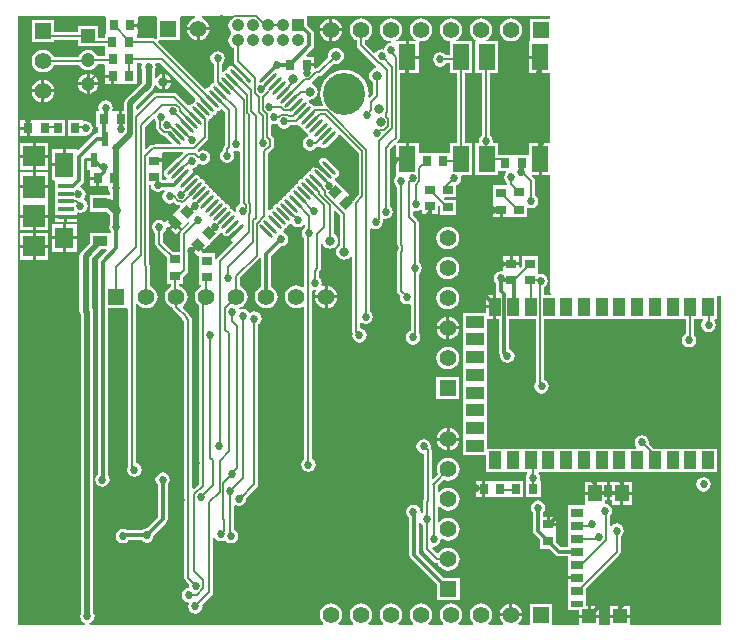
<source format=gtl>
G04 Layer_Physical_Order=1*
G04 Layer_Color=255*
%FSLAX25Y25*%
%MOIN*%
G70*
G01*
G75*
%ADD10R,0.03347X0.03150*%
%ADD11R,0.03150X0.03347*%
G04:AMPARAMS|DCode=12|XSize=33.47mil|YSize=31.5mil|CornerRadius=0mil|HoleSize=0mil|Usage=FLASHONLY|Rotation=315.000|XOffset=0mil|YOffset=0mil|HoleType=Round|Shape=Rectangle|*
%AMROTATEDRECTD12*
4,1,4,-0.02297,0.00070,-0.00070,0.02297,0.02297,-0.00070,0.00070,-0.02297,-0.02297,0.00070,0.0*
%
%ADD12ROTATEDRECTD12*%

%ADD13R,0.04724X0.03347*%
%ADD14R,0.05000X0.03347*%
%ADD15R,0.02362X0.04724*%
%ADD16R,0.03937X0.05906*%
%ADD17R,0.05906X0.03937*%
%ADD18R,0.05500X0.08500*%
%ADD19R,0.04724X0.04528*%
%ADD20R,0.02756X0.03937*%
%ADD21R,0.04724X0.05709*%
%ADD22R,0.03937X0.02756*%
%ADD23R,0.03937X0.02362*%
G04:AMPARAMS|DCode=24|XSize=33.47mil|YSize=31.5mil|CornerRadius=0mil|HoleSize=0mil|Usage=FLASHONLY|Rotation=45.000|XOffset=0mil|YOffset=0mil|HoleType=Round|Shape=Rectangle|*
%AMROTATEDRECTD24*
4,1,4,-0.00070,-0.02297,-0.02297,-0.00070,0.00070,0.02297,0.02297,0.00070,-0.00070,-0.02297,0.0*
%
%ADD24ROTATEDRECTD24*%

G04:AMPARAMS|DCode=25|XSize=9.84mil|YSize=61.02mil|CornerRadius=0mil|HoleSize=0mil|Usage=FLASHONLY|Rotation=135.000|XOffset=0mil|YOffset=0mil|HoleType=Round|Shape=Round|*
%AMOVALD25*
21,1,0.05118,0.00984,0.00000,0.00000,225.0*
1,1,0.00984,0.01810,0.01810*
1,1,0.00984,-0.01810,-0.01810*
%
%ADD25OVALD25*%

G04:AMPARAMS|DCode=26|XSize=9.84mil|YSize=61.02mil|CornerRadius=0mil|HoleSize=0mil|Usage=FLASHONLY|Rotation=45.000|XOffset=0mil|YOffset=0mil|HoleType=Round|Shape=Round|*
%AMOVALD26*
21,1,0.05118,0.00984,0.00000,0.00000,135.0*
1,1,0.00984,0.01810,-0.01810*
1,1,0.00984,-0.01810,0.01810*
%
%ADD26OVALD26*%

%ADD27R,0.05315X0.01575*%
%ADD28R,0.06299X0.07087*%
%ADD29R,0.06299X0.08268*%
%ADD30R,0.07480X0.07480*%
%ADD31R,0.07480X0.07087*%
%ADD32C,0.00600*%
%ADD33C,0.01200*%
%ADD34C,0.01400*%
%ADD35C,0.02000*%
%ADD36C,0.03000*%
%ADD37C,0.14000*%
%ADD38C,0.03300*%
%ADD39C,0.05500*%
%ADD40R,0.05500X0.05500*%
%ADD41C,0.04724*%
%ADD42R,0.04724X0.04724*%
%ADD43R,0.05500X0.05500*%
%ADD44C,0.04100*%
%ADD45R,0.04100X0.04100*%
%ADD46C,0.02700*%
%ADD47C,0.03000*%
G36*
X73524Y204305D02*
X73225Y204075D01*
X72736Y203438D01*
X72429Y202696D01*
X72324Y201900D01*
X72429Y201104D01*
X72736Y200362D01*
X73225Y199725D01*
X73322Y199650D01*
Y199150D01*
X73225Y199075D01*
X72736Y198438D01*
X72429Y197696D01*
X72324Y196900D01*
X72429Y196104D01*
X72736Y195362D01*
X73225Y194725D01*
X73862Y194236D01*
X74075Y194148D01*
Y189800D01*
X74175Y189293D01*
X74463Y188863D01*
X79725Y183601D01*
Y182882D01*
X79263Y182691D01*
X78302Y183652D01*
X78274Y183793D01*
X77944Y184287D01*
X74325Y187906D01*
X73831Y188236D01*
X73249Y188351D01*
X72667Y188236D01*
X72173Y187906D01*
X71844Y187412D01*
X71749Y186938D01*
X71275Y186844D01*
X70781Y186514D01*
X70525Y186131D01*
X70025Y186246D01*
Y188959D01*
X70394Y189206D01*
X70914Y189983D01*
X71096Y190900D01*
X70914Y191817D01*
X70394Y192594D01*
X69617Y193114D01*
X68700Y193296D01*
X67783Y193114D01*
X67006Y192594D01*
X66486Y191817D01*
X66304Y190900D01*
X66486Y189983D01*
X67006Y189206D01*
X67374Y188959D01*
Y183028D01*
X67433Y182734D01*
X67099Y182668D01*
X66606Y182338D01*
X66276Y181844D01*
X66181Y181370D01*
X65707Y181276D01*
X65214Y180946D01*
X65133Y180825D01*
X64489Y180761D01*
X48800Y196450D01*
X49007Y196950D01*
X56050D01*
Y204305D01*
X56050Y204450D01*
X56400Y204805D01*
X61104D01*
X61204Y204305D01*
X60409Y203976D01*
X59626Y203375D01*
X59024Y202591D01*
X58647Y201679D01*
X58583Y201200D01*
X62300D01*
X66017D01*
X65953Y201679D01*
X65576Y202591D01*
X64974Y203375D01*
X64191Y203976D01*
X63396Y204305D01*
X63496Y204805D01*
X73354D01*
X73524Y204305D01*
D02*
G37*
G36*
X31569Y204473D02*
Y199127D01*
X31174Y198873D01*
X31069D01*
Y197526D01*
X28962D01*
Y201536D01*
X22238D01*
Y199499D01*
X14250D01*
Y203750D01*
X6750D01*
Y196250D01*
X14250D01*
Y196849D01*
X22238D01*
Y194812D01*
X28962D01*
Y194875D01*
X31069D01*
Y193632D01*
X31069Y193527D01*
X31169Y193068D01*
Y191625D01*
X28690D01*
X28537Y191996D01*
X27998Y192698D01*
X27296Y193237D01*
X26478Y193576D01*
X25600Y193691D01*
X24722Y193576D01*
X23904Y193237D01*
X23202Y192698D01*
X22663Y191996D01*
X22386Y191325D01*
X14010D01*
X13776Y191891D01*
X13174Y192675D01*
X12391Y193276D01*
X11479Y193654D01*
X10500Y193782D01*
X9521Y193654D01*
X8609Y193276D01*
X7825Y192675D01*
X7224Y191891D01*
X6847Y190979D01*
X6718Y190000D01*
X6847Y189021D01*
X7224Y188109D01*
X7825Y187326D01*
X8609Y186724D01*
X9521Y186346D01*
X10500Y186218D01*
X11479Y186346D01*
X12391Y186724D01*
X13174Y187326D01*
X13776Y188109D01*
X14010Y188674D01*
X22634D01*
X22663Y188604D01*
X23202Y187902D01*
X23904Y187363D01*
X24722Y187024D01*
X25600Y186909D01*
X26478Y187024D01*
X27296Y187363D01*
X27998Y187902D01*
X28537Y188604D01*
X28690Y188974D01*
X30816D01*
X31169Y188621D01*
X31169Y187473D01*
X31169Y187327D01*
Y185300D01*
X33744D01*
Y184800D01*
X34244D01*
Y182127D01*
X36181D01*
X36319Y182127D01*
X36681D01*
X36819Y182127D01*
X41831D01*
Y187473D01*
X41831D01*
Y187827D01*
X41831D01*
Y189174D01*
X43103D01*
X43438Y188674D01*
X43304Y188000D01*
X43486Y187083D01*
X43661Y186822D01*
Y182754D01*
X38158Y177251D01*
X37716Y176589D01*
X37561Y175809D01*
Y173173D01*
X36856D01*
Y170500D01*
X35856D01*
Y173173D01*
X33977D01*
X33835Y173312D01*
X33630Y173610D01*
X33796Y174447D01*
X33614Y175364D01*
X33094Y176141D01*
X32317Y176660D01*
X31400Y176843D01*
X30483Y176660D01*
X29706Y176141D01*
X29186Y175364D01*
X29004Y174447D01*
X29158Y173673D01*
X28869Y173173D01*
X28269D01*
Y167827D01*
X28685D01*
X28919Y167423D01*
Y165795D01*
X28461D01*
X27798Y165663D01*
X27236Y165287D01*
X22165Y160217D01*
X21703Y160408D01*
Y160539D01*
X18054D01*
Y155405D01*
X17554D01*
Y154905D01*
X13404D01*
Y150271D01*
X13957D01*
X14389Y150106D01*
Y146531D01*
Y143972D01*
Y141413D01*
Y138854D01*
Y138582D01*
X18046D01*
X21703D01*
Y139184D01*
X22204Y139462D01*
X23000Y139304D01*
X23917Y139486D01*
X24694Y140006D01*
X25214Y140783D01*
X25396Y141700D01*
X25214Y142617D01*
X24694Y143394D01*
X24020Y143845D01*
X24514Y144583D01*
X24696Y145500D01*
X24514Y146417D01*
X23994Y147194D01*
X23217Y147714D01*
X23026Y147751D01*
X22881Y148230D01*
X23726Y149074D01*
X24101Y149637D01*
X24233Y150300D01*
X24233Y150300D01*
Y157382D01*
X24717Y157866D01*
X25179Y157674D01*
Y157475D01*
X27360D01*
Y156475D01*
X25179D01*
Y153612D01*
X25686D01*
X26169Y153573D01*
X26169Y153112D01*
Y151400D01*
X28744D01*
Y150900D01*
X29244D01*
Y148227D01*
X31181D01*
X31319Y148227D01*
X31681D01*
X31819Y148227D01*
X32015D01*
X32332Y147840D01*
X32304Y147700D01*
X32486Y146783D01*
X32861Y146223D01*
Y145136D01*
X26238D01*
Y139789D01*
X31706D01*
X32861Y138634D01*
Y135678D01*
X32686Y135417D01*
X32504Y134500D01*
X32686Y133583D01*
X33051Y133037D01*
X32784Y132537D01*
X26100D01*
Y129248D01*
X23258Y126406D01*
X22816Y125744D01*
X22661Y124964D01*
Y106700D01*
X22816Y105920D01*
X23258Y105258D01*
X23261Y105255D01*
Y5978D01*
X23086Y5717D01*
X22904Y4800D01*
X23086Y3883D01*
X23606Y3106D01*
X24383Y2586D01*
X24620Y2539D01*
X24571Y2039D01*
X2039D01*
Y204805D01*
X31207D01*
X31569Y204473D01*
D02*
G37*
G36*
X48550Y204450D02*
X48550Y204305D01*
Y197407D01*
X48283Y197243D01*
X48050Y197179D01*
X47683Y197425D01*
X47176Y197526D01*
X41731D01*
Y198873D01*
X42126Y199127D01*
X42231D01*
Y201300D01*
X39656D01*
Y202300D01*
X42231D01*
Y204473D01*
X42593Y204805D01*
X48200D01*
X48550Y204450D01*
D02*
G37*
G36*
X57816Y180910D02*
X58117Y180708D01*
X61300Y177525D01*
X61224Y176898D01*
X61216Y176889D01*
X61038Y176770D01*
X60708Y176277D01*
X60614Y175803D01*
X60139Y175708D01*
X59646Y175378D01*
X59565Y175257D01*
X58921Y175194D01*
X55177Y178937D01*
X54747Y179225D01*
X54240Y179325D01*
X48200D01*
X47693Y179225D01*
X47263Y178937D01*
X42101Y173776D01*
X41639Y173967D01*
Y174964D01*
X47142Y180467D01*
X47584Y181129D01*
X47722Y181823D01*
X47951Y181903D01*
X48233Y181895D01*
X48288Y181764D01*
X48712Y181210D01*
X49266Y180785D01*
X49911Y180518D01*
X50102Y180493D01*
Y183100D01*
Y185707D01*
X49911Y185682D01*
X49266Y185415D01*
X48712Y184990D01*
X48288Y184436D01*
X48239Y184320D01*
X47739Y184419D01*
Y186822D01*
X47914Y187083D01*
X48096Y188000D01*
X47962Y188674D01*
X48297Y189174D01*
X49551D01*
X57816Y180910D01*
D02*
G37*
G36*
X47669Y170571D02*
X47686Y170483D01*
X48206Y169706D01*
X48324Y169626D01*
Y167713D01*
X48425Y167206D01*
X48713Y166776D01*
X50031Y165457D01*
X50461Y165170D01*
X50968Y165069D01*
X51165D01*
X51294Y164875D01*
X53442Y162727D01*
X53251Y162265D01*
X47056D01*
X46548Y162164D01*
X46118Y161877D01*
X44987Y160746D01*
X44526Y160938D01*
Y168051D01*
X47190Y170716D01*
X47669Y170571D01*
D02*
G37*
G36*
X179461Y204100D02*
X172750D01*
Y196600D01*
X172450Y196541D01*
Y191791D01*
X176200D01*
Y191291D01*
X176700D01*
Y186041D01*
X179461D01*
Y162541D01*
X176700D01*
Y157291D01*
Y152041D01*
X179461D01*
Y113600D01*
X179616Y112820D01*
X179861Y112453D01*
X179594Y111953D01*
X177524D01*
Y114567D01*
X178094Y114948D01*
X178614Y115726D01*
X178796Y116642D01*
X178614Y117559D01*
X178094Y118337D01*
X177317Y118856D01*
X176400Y119039D01*
X175960Y118951D01*
X175856Y119036D01*
X175573Y119419D01*
Y119781D01*
X175573D01*
X175573Y119919D01*
Y124931D01*
X170227D01*
Y121557D01*
X169782Y121113D01*
X169320Y121304D01*
Y121856D01*
X166647D01*
X163974D01*
Y120232D01*
X163474Y119822D01*
X163100Y119896D01*
X162183Y119714D01*
X161406Y119194D01*
X160886Y118417D01*
X160704Y117500D01*
X160886Y116583D01*
X161406Y115806D01*
X161469Y115764D01*
Y113278D01*
X161593Y112654D01*
X161727Y112453D01*
X161557Y112134D01*
Y108000D01*
Y104047D01*
X162594D01*
Y92775D01*
X162718Y92150D01*
X162930Y91833D01*
X162904Y91700D01*
X163086Y90783D01*
X163606Y90006D01*
X164383Y89486D01*
X165300Y89304D01*
X166217Y89486D01*
X166994Y90006D01*
X167514Y90783D01*
X167696Y91700D01*
X167514Y92617D01*
X166994Y93394D01*
X166217Y93914D01*
X165857Y93985D01*
Y104047D01*
X174813D01*
Y82906D01*
X174486Y82417D01*
X174304Y81500D01*
X174486Y80583D01*
X175006Y79806D01*
X175783Y79286D01*
X176700Y79104D01*
X177617Y79286D01*
X178394Y79806D01*
X178914Y80583D01*
X179096Y81500D01*
X178914Y82417D01*
X178394Y83194D01*
X177617Y83714D01*
X177464Y83744D01*
Y104047D01*
X187725D01*
Y104047D01*
X187850D01*
Y104047D01*
X211425D01*
Y104047D01*
X211472D01*
Y104047D01*
X224926D01*
Y99222D01*
X224883Y99214D01*
X224106Y98694D01*
X223586Y97917D01*
X223404Y97000D01*
X223586Y96083D01*
X224106Y95306D01*
X224883Y94786D01*
X225800Y94604D01*
X226717Y94786D01*
X227494Y95306D01*
X228014Y96083D01*
X228196Y97000D01*
X228014Y97917D01*
X227577Y98571D01*
Y104047D01*
X230386D01*
X230416Y104014D01*
X230608Y103547D01*
X230186Y102917D01*
X230004Y102000D01*
X230186Y101083D01*
X230706Y100306D01*
X231483Y99786D01*
X232400Y99604D01*
X233317Y99786D01*
X234094Y100306D01*
X234614Y101083D01*
X234796Y102000D01*
X234614Y102917D01*
X234192Y103547D01*
X234384Y104014D01*
X234414Y104047D01*
X235125D01*
Y111561D01*
X236594D01*
X236594Y2039D01*
X206331D01*
Y4385D01*
X199606D01*
Y2039D01*
X195937D01*
Y4385D01*
X189213D01*
Y2039D01*
X180250D01*
Y9100D01*
X172750D01*
Y2039D01*
X169167D01*
X168997Y2539D01*
X169175Y2675D01*
X169776Y3459D01*
X170153Y4371D01*
X170217Y4850D01*
X166500D01*
X162784D01*
X162847Y4371D01*
X163224Y3459D01*
X163826Y2675D01*
X164003Y2539D01*
X163833Y2039D01*
X159167D01*
X158997Y2539D01*
X159175Y2675D01*
X159776Y3459D01*
X160153Y4371D01*
X160282Y5350D01*
X160153Y6329D01*
X159776Y7241D01*
X159175Y8025D01*
X158391Y8626D01*
X157479Y9003D01*
X156500Y9132D01*
X155521Y9003D01*
X154609Y8626D01*
X153825Y8025D01*
X153224Y7241D01*
X152847Y6329D01*
X152718Y5350D01*
X152847Y4371D01*
X153224Y3459D01*
X153825Y2675D01*
X154003Y2539D01*
X153833Y2039D01*
X149167D01*
X148997Y2539D01*
X149174Y2675D01*
X149776Y3459D01*
X150154Y4371D01*
X150282Y5350D01*
X150154Y6329D01*
X149776Y7241D01*
X149174Y8025D01*
X148391Y8626D01*
X147479Y9003D01*
X146500Y9132D01*
X145521Y9003D01*
X144609Y8626D01*
X143825Y8025D01*
X143224Y7241D01*
X142847Y6329D01*
X142718Y5350D01*
X142847Y4371D01*
X143224Y3459D01*
X143825Y2675D01*
X144003Y2539D01*
X143833Y2039D01*
X139167D01*
X138997Y2539D01*
X139174Y2675D01*
X139776Y3459D01*
X140154Y4371D01*
X140282Y5350D01*
X140154Y6329D01*
X139776Y7241D01*
X139174Y8025D01*
X138391Y8626D01*
X137479Y9003D01*
X136500Y9132D01*
X135521Y9003D01*
X134609Y8626D01*
X133826Y8025D01*
X133224Y7241D01*
X132846Y6329D01*
X132718Y5350D01*
X132846Y4371D01*
X133224Y3459D01*
X133826Y2675D01*
X134003Y2539D01*
X133833Y2039D01*
X129167D01*
X128997Y2539D01*
X129174Y2675D01*
X129776Y3459D01*
X130154Y4371D01*
X130282Y5350D01*
X130154Y6329D01*
X129776Y7241D01*
X129174Y8025D01*
X128391Y8626D01*
X127479Y9003D01*
X126500Y9132D01*
X125521Y9003D01*
X124609Y8626D01*
X123826Y8025D01*
X123224Y7241D01*
X122846Y6329D01*
X122718Y5350D01*
X122846Y4371D01*
X123224Y3459D01*
X123826Y2675D01*
X124003Y2539D01*
X123833Y2039D01*
X119167D01*
X118997Y2539D01*
X119175Y2675D01*
X119776Y3459D01*
X120153Y4371D01*
X120282Y5350D01*
X120153Y6329D01*
X119776Y7241D01*
X119175Y8025D01*
X118391Y8626D01*
X117479Y9003D01*
X116500Y9132D01*
X115521Y9003D01*
X114609Y8626D01*
X113826Y8025D01*
X113224Y7241D01*
X112847Y6329D01*
X112718Y5350D01*
X112847Y4371D01*
X113224Y3459D01*
X113826Y2675D01*
X114003Y2539D01*
X113833Y2039D01*
X109167D01*
X108997Y2539D01*
X109175Y2675D01*
X109776Y3459D01*
X110153Y4371D01*
X110282Y5350D01*
X110153Y6329D01*
X109776Y7241D01*
X109175Y8025D01*
X108391Y8626D01*
X107479Y9003D01*
X106500Y9132D01*
X105521Y9003D01*
X104609Y8626D01*
X103825Y8025D01*
X103224Y7241D01*
X102847Y6329D01*
X102718Y5350D01*
X102847Y4371D01*
X103224Y3459D01*
X103825Y2675D01*
X104003Y2539D01*
X103833Y2039D01*
X26029D01*
X25980Y2539D01*
X26217Y2586D01*
X26994Y3106D01*
X27514Y3883D01*
X27696Y4800D01*
X27514Y5717D01*
X27339Y5978D01*
Y106100D01*
X27184Y106880D01*
X26742Y107542D01*
X26739Y107545D01*
Y124119D01*
X29811Y127191D01*
X31530D01*
X31722Y126729D01*
X29247Y124253D01*
X28893Y123724D01*
X28769Y123100D01*
Y52203D01*
X28606Y52094D01*
X28086Y51317D01*
X27904Y50400D01*
X28086Y49483D01*
X28606Y48706D01*
X29383Y48186D01*
X30300Y48004D01*
X31217Y48186D01*
X31994Y48706D01*
X32514Y49483D01*
X32696Y50400D01*
X32514Y51317D01*
X32031Y52039D01*
Y107650D01*
X38650D01*
X38875Y107243D01*
Y54749D01*
X38786Y54617D01*
X38604Y53700D01*
X38786Y52783D01*
X39306Y52006D01*
X40083Y51486D01*
X41000Y51304D01*
X41917Y51486D01*
X42694Y52006D01*
X43214Y52783D01*
X43396Y53700D01*
X43214Y54617D01*
X42694Y55394D01*
X41917Y55914D01*
X41526Y55992D01*
Y108816D01*
X42026Y108986D01*
X42226Y108726D01*
X43009Y108124D01*
X43921Y107747D01*
X44900Y107618D01*
X45879Y107747D01*
X46791Y108124D01*
X47574Y108726D01*
X48176Y109509D01*
X48553Y110421D01*
X48682Y111400D01*
X48553Y112379D01*
X48176Y113291D01*
X47574Y114075D01*
X46791Y114676D01*
X46226Y114910D01*
Y121400D01*
X46125Y121907D01*
X45837Y122337D01*
X45825Y122349D01*
Y148569D01*
X46430D01*
X46586Y147783D01*
X47106Y147006D01*
X47883Y146486D01*
X48800Y146304D01*
X49717Y146486D01*
X50494Y147006D01*
X50495Y147007D01*
X50870Y146991D01*
X51022Y146505D01*
X51006Y146494D01*
X50486Y145717D01*
X50304Y144800D01*
X50486Y143883D01*
X51006Y143106D01*
X51783Y142586D01*
X52700Y142404D01*
X53617Y142586D01*
X54061Y142883D01*
X54731Y142213D01*
X55161Y141925D01*
X55668Y141824D01*
X56137D01*
X56333Y141404D01*
X56335Y141316D01*
X54838Y139818D01*
X53115Y138095D01*
X55005Y136205D01*
X56895Y134315D01*
X58265Y135684D01*
X58362Y135782D01*
X58618Y136038D01*
X58618Y136038D01*
X58826Y136245D01*
X59380Y136092D01*
X59383Y136076D01*
X56654Y133346D01*
X56366Y132916D01*
X56265Y132409D01*
Y126431D01*
X53800D01*
X50625Y129605D01*
Y132659D01*
X50994Y132906D01*
X51514Y133683D01*
X51673Y134482D01*
X52144Y134718D01*
X52477Y134384D01*
X53944Y135851D01*
X52407Y137388D01*
X51285Y136266D01*
X50994Y136294D01*
X50217Y136814D01*
X49300Y136996D01*
X48383Y136814D01*
X47606Y136294D01*
X47086Y135517D01*
X46904Y134600D01*
X47086Y133683D01*
X47606Y132906D01*
X47975Y132659D01*
Y129056D01*
X48075Y128549D01*
X48363Y128119D01*
X51827Y124655D01*
Y121281D01*
X51827D01*
Y120919D01*
X51827D01*
Y115769D01*
X53175D01*
Y114744D01*
X53009Y114676D01*
X52226Y114075D01*
X51624Y113291D01*
X51247Y112379D01*
X51118Y111400D01*
X51247Y110421D01*
X51624Y109509D01*
X52226Y108726D01*
X53009Y108124D01*
X53598Y107880D01*
X53675Y107493D01*
X53963Y107063D01*
X56836Y104189D01*
X56875Y103993D01*
X57163Y103563D01*
X57666Y103059D01*
Y17708D01*
X57767Y17201D01*
X58055Y16771D01*
X59290Y15535D01*
X59204Y15100D01*
X59320Y14516D01*
X59200Y14396D01*
X58283Y14214D01*
X57506Y13694D01*
X56986Y12917D01*
X56804Y12000D01*
X56986Y11083D01*
X57506Y10306D01*
X58283Y9786D01*
X58886Y9666D01*
X59121Y9117D01*
X59086Y9065D01*
X58904Y8148D01*
X59086Y7231D01*
X59606Y6454D01*
X60383Y5935D01*
X61300Y5752D01*
X62217Y5935D01*
X62994Y6454D01*
X63514Y7231D01*
X63696Y8148D01*
X63609Y8583D01*
X66937Y11911D01*
X67225Y12341D01*
X67326Y12848D01*
Y30874D01*
X67826Y31025D01*
X68106Y30606D01*
X68883Y30086D01*
X69800Y29904D01*
X70717Y30086D01*
X71179Y30395D01*
X71506Y29906D01*
X72283Y29386D01*
X73200Y29204D01*
X74117Y29386D01*
X74894Y29906D01*
X75414Y30683D01*
X75596Y31600D01*
X75414Y32517D01*
X74894Y33294D01*
X74326Y33674D01*
Y41679D01*
X74766Y41914D01*
X74883Y41836D01*
X75800Y41654D01*
X76717Y41836D01*
X77494Y42356D01*
X78014Y43133D01*
X78196Y44050D01*
X78184Y44112D01*
X81937Y47866D01*
X82225Y48296D01*
X82326Y48803D01*
Y102159D01*
X82694Y102406D01*
X83214Y103183D01*
X83396Y104100D01*
X83214Y105017D01*
X82694Y105794D01*
X81917Y106314D01*
X81000Y106496D01*
X80083Y106314D01*
X79506Y105928D01*
X78994Y106694D01*
X78217Y107214D01*
X77300Y107396D01*
X76383Y107214D01*
X76381Y107212D01*
X75892Y107353D01*
X76124Y107848D01*
X76791Y108124D01*
X77574Y108726D01*
X78176Y109509D01*
X78553Y110421D01*
X78682Y111400D01*
X78553Y112379D01*
X78176Y113291D01*
X77574Y114075D01*
X76791Y114676D01*
X76226Y114910D01*
Y117751D01*
X82637Y124163D01*
X82769Y124359D01*
X83269Y124208D01*
Y114783D01*
X83009Y114676D01*
X82226Y114075D01*
X81624Y113291D01*
X81247Y112379D01*
X81118Y111400D01*
X81247Y110421D01*
X81624Y109509D01*
X82226Y108726D01*
X83009Y108124D01*
X83921Y107747D01*
X84900Y107618D01*
X85879Y107747D01*
X86791Y108124D01*
X87574Y108726D01*
X88176Y109509D01*
X88554Y110421D01*
X88682Y111400D01*
X88554Y112379D01*
X88176Y113291D01*
X87574Y114075D01*
X86791Y114676D01*
X86531Y114783D01*
Y124924D01*
X89826Y128219D01*
X89900Y128204D01*
X90817Y128386D01*
X91594Y128906D01*
X92114Y129683D01*
X92296Y130600D01*
X92114Y131517D01*
X91594Y132294D01*
X90817Y132814D01*
X90763Y132824D01*
X90662Y133354D01*
X90940Y133772D01*
X91035Y134246D01*
X91509Y134340D01*
X92002Y134670D01*
X92332Y135164D01*
X92427Y135638D01*
X92901Y135732D01*
X92907Y135736D01*
X92954Y135768D01*
X93286Y135983D01*
X93806Y135206D01*
X94583Y134686D01*
X95500Y134504D01*
X96417Y134686D01*
X97194Y135206D01*
X97464Y135609D01*
X97964Y135458D01*
Y134767D01*
X97406Y134394D01*
X96886Y133617D01*
X96704Y132700D01*
X96886Y131783D01*
X97406Y131006D01*
X97494Y130947D01*
X97474Y130847D01*
Y114716D01*
X97026Y114495D01*
X96791Y114676D01*
X95879Y115053D01*
X94900Y115182D01*
X93921Y115053D01*
X93009Y114676D01*
X92225Y114075D01*
X91624Y113291D01*
X91246Y112379D01*
X91118Y111400D01*
X91246Y110421D01*
X91624Y109509D01*
X92225Y108726D01*
X93009Y108124D01*
X93921Y107747D01*
X94900Y107618D01*
X95879Y107747D01*
X96791Y108124D01*
X97026Y108305D01*
X97474Y108083D01*
Y57207D01*
X97306Y57094D01*
X96786Y56317D01*
X96604Y55400D01*
X96786Y54483D01*
X97306Y53706D01*
X98083Y53186D01*
X99000Y53004D01*
X99917Y53186D01*
X100694Y53706D01*
X101214Y54483D01*
X101396Y55400D01*
X101214Y56317D01*
X100694Y57094D01*
X100126Y57474D01*
Y113278D01*
X100626Y113688D01*
X101050Y113604D01*
X101267Y113647D01*
X101443Y113472D01*
X101587Y113201D01*
X101247Y112379D01*
X101183Y111900D01*
X104400D01*
Y115117D01*
X103921Y115053D01*
X103753Y114984D01*
X103315Y115344D01*
X103446Y116000D01*
X103264Y116917D01*
X102744Y117694D01*
X102375Y117941D01*
Y119567D01*
X102937Y120128D01*
X103225Y120558D01*
X103325Y121065D01*
Y128808D01*
X103825Y128908D01*
X103885Y128764D01*
X104310Y128210D01*
X104864Y127785D01*
X105508Y127518D01*
X106200Y127427D01*
X106892Y127518D01*
X107536Y127785D01*
X108090Y128210D01*
X108515Y128764D01*
X108782Y129408D01*
X108873Y130100D01*
X108782Y130792D01*
X108515Y131436D01*
X108090Y131990D01*
X107536Y132415D01*
X107526Y132419D01*
Y139947D01*
X107987Y140138D01*
X109574Y138551D01*
Y128719D01*
X109564Y128715D01*
X109010Y128290D01*
X108585Y127736D01*
X108318Y127092D01*
X108227Y126400D01*
X108318Y125708D01*
X108585Y125064D01*
X109010Y124510D01*
X109564Y124085D01*
X110208Y123818D01*
X110900Y123727D01*
X111592Y123818D01*
X112236Y124085D01*
X112790Y124510D01*
X113075Y124881D01*
X113575Y124711D01*
Y99600D01*
X113675Y99093D01*
X113711Y99039D01*
X113604Y98500D01*
X113786Y97583D01*
X114306Y96806D01*
X115083Y96286D01*
X116000Y96104D01*
X116917Y96286D01*
X117694Y96806D01*
X118214Y97583D01*
X118396Y98500D01*
X118214Y99417D01*
X117694Y100194D01*
X116917Y100714D01*
X116226Y100851D01*
Y102525D01*
X116726Y102792D01*
X117183Y102486D01*
X118100Y102304D01*
X119017Y102486D01*
X119794Y103006D01*
X120314Y103783D01*
X120496Y104700D01*
X120314Y105617D01*
X119794Y106394D01*
X119425Y106641D01*
Y107797D01*
X119526Y108300D01*
Y134025D01*
X120026Y134292D01*
X120483Y133986D01*
X121400Y133804D01*
X122317Y133986D01*
X123094Y134506D01*
X123614Y135283D01*
X123796Y136200D01*
X123681Y136777D01*
X123775Y137250D01*
X124276Y137388D01*
X124700Y137304D01*
X125617Y137486D01*
X126394Y138006D01*
X126914Y138783D01*
X127096Y139700D01*
X126914Y140617D01*
X126394Y141394D01*
X126025Y141641D01*
Y160551D01*
X127157Y161683D01*
X127576Y161963D01*
X127750Y162136D01*
X128250Y161929D01*
Y157791D01*
X131500D01*
Y162541D01*
X128862D01*
X128655Y163041D01*
X128987Y163374D01*
X129275Y163804D01*
X129376Y164311D01*
Y186041D01*
X131500D01*
Y191291D01*
Y196541D01*
X128411D01*
X128311Y197041D01*
X128391Y197074D01*
X129174Y197676D01*
X129776Y198459D01*
X130154Y199371D01*
X130282Y200350D01*
X130154Y201329D01*
X129776Y202241D01*
X129174Y203025D01*
X128391Y203626D01*
X127479Y204004D01*
X126500Y204132D01*
X125521Y204004D01*
X124609Y203626D01*
X123826Y203025D01*
X123224Y202241D01*
X122846Y201329D01*
X122718Y200350D01*
X122846Y199371D01*
X123224Y198459D01*
X123826Y197676D01*
X124609Y197074D01*
X125521Y196696D01*
X126500Y196568D01*
X126528Y196082D01*
X125683Y195914D01*
X124906Y195394D01*
X124386Y194617D01*
X124317Y194270D01*
X124275Y194207D01*
X124183Y193740D01*
X123400Y193896D01*
X122483Y193714D01*
X121706Y193194D01*
X121465Y192834D01*
X120822Y192771D01*
X117825Y195767D01*
Y196840D01*
X118391Y197074D01*
X119175Y197676D01*
X119776Y198459D01*
X120153Y199371D01*
X120282Y200350D01*
X120153Y201329D01*
X119776Y202241D01*
X119175Y203025D01*
X118391Y203626D01*
X117479Y204004D01*
X116500Y204132D01*
X115521Y204004D01*
X114609Y203626D01*
X113826Y203025D01*
X113224Y202241D01*
X112847Y201329D01*
X112718Y200350D01*
X112847Y199371D01*
X113224Y198459D01*
X113826Y197676D01*
X114609Y197074D01*
X115174Y196840D01*
Y195218D01*
X115275Y194711D01*
X115563Y194281D01*
X121531Y188313D01*
X121636Y188242D01*
X121515Y187722D01*
X121208Y187682D01*
X120564Y187415D01*
X120010Y186990D01*
X119585Y186436D01*
X119318Y185792D01*
X119227Y185100D01*
X119318Y184408D01*
X119585Y183764D01*
X120010Y183210D01*
X120564Y182785D01*
X120574Y182781D01*
Y178934D01*
X119426Y177785D01*
X118946Y178012D01*
X119039Y178956D01*
X118884Y180524D01*
X118427Y182032D01*
X117684Y183422D01*
X116684Y184640D01*
X115466Y185640D01*
X114076Y186383D01*
X112568Y186840D01*
X111000Y186995D01*
X109432Y186840D01*
X107924Y186383D01*
X106534Y185640D01*
X105316Y184640D01*
X104316Y183422D01*
X103573Y182032D01*
X103116Y180524D01*
X102961Y178956D01*
X103116Y177388D01*
X103573Y175880D01*
X103907Y175254D01*
X103650Y174826D01*
X101260D01*
X101164Y174806D01*
X100684Y174885D01*
X100354Y175378D01*
X99861Y175708D01*
X99386Y175802D01*
X99292Y176277D01*
X99051Y176637D01*
X99277Y177095D01*
X99291Y177110D01*
X99400Y177095D01*
X100092Y177186D01*
X100736Y177453D01*
X101290Y177878D01*
X101715Y178432D01*
X101982Y179076D01*
X102073Y179768D01*
X101982Y180460D01*
X101715Y181105D01*
X101290Y181658D01*
X100736Y182083D01*
X100237Y182290D01*
X100143Y182702D01*
X100163Y182842D01*
X100269Y182913D01*
X102175Y184819D01*
X102544D01*
X103051Y184920D01*
X103481Y185207D01*
X107397Y189123D01*
X107408Y189118D01*
X108100Y189027D01*
X108792Y189118D01*
X109436Y189385D01*
X109990Y189810D01*
X110415Y190364D01*
X110682Y191008D01*
X110773Y191700D01*
X110682Y192392D01*
X110415Y193036D01*
X109990Y193590D01*
X109436Y194015D01*
X108792Y194282D01*
X108100Y194373D01*
X107408Y194282D01*
X106764Y194015D01*
X106210Y193590D01*
X105785Y193036D01*
X105518Y192392D01*
X105427Y191700D01*
X105518Y191008D01*
X105523Y190997D01*
X101995Y187470D01*
X101626D01*
X101431Y187431D01*
X100931Y187799D01*
Y188200D01*
X98356D01*
Y189200D01*
X100931D01*
Y191373D01*
X98478D01*
X98286Y191835D01*
X100453Y194002D01*
X100807Y194532D01*
X100931Y195156D01*
Y198900D01*
X100807Y199524D01*
X100453Y200054D01*
X98450Y202057D01*
Y204805D01*
X179461D01*
Y204100D01*
D02*
G37*
G36*
X71224Y173061D02*
Y161817D01*
X70863Y161455D01*
X70575Y161025D01*
X70474Y160518D01*
Y160341D01*
X70106Y160094D01*
X69586Y159317D01*
X69404Y158400D01*
X69586Y157483D01*
X70106Y156706D01*
X70883Y156186D01*
X71800Y156004D01*
X72717Y156186D01*
X73494Y156706D01*
X74014Y157483D01*
X74196Y158400D01*
X74014Y159317D01*
X73911Y159471D01*
X74211Y159921D01*
X74800Y159804D01*
X75674Y159978D01*
X75797Y159964D01*
X76174Y159762D01*
Y142497D01*
X76219Y142271D01*
X75506Y141794D01*
X74986Y141017D01*
X74807Y140116D01*
X74802Y140098D01*
X74366Y139739D01*
X74123Y139822D01*
X74098Y139947D01*
X73768Y140441D01*
X73274Y140770D01*
X72800Y140865D01*
X72706Y141339D01*
X72376Y141832D01*
X71883Y142162D01*
X71408Y142257D01*
X71314Y142731D01*
X70984Y143225D01*
X70491Y143554D01*
X70016Y143649D01*
X69922Y144123D01*
X69592Y144616D01*
X69099Y144946D01*
X68624Y145041D01*
X68530Y145515D01*
X68200Y146008D01*
X67707Y146338D01*
X67233Y146432D01*
X67138Y146907D01*
X66808Y147400D01*
X66315Y147730D01*
X65841Y147824D01*
X65746Y148299D01*
X65416Y148792D01*
X64923Y149122D01*
X64449Y149216D01*
X64354Y149691D01*
X64025Y150184D01*
X63531Y150514D01*
X63057Y150608D01*
X62962Y151083D01*
X62633Y151576D01*
X62139Y151906D01*
X61665Y152000D01*
X61570Y152474D01*
X61524Y152544D01*
X60707Y151727D01*
X60481Y151576D01*
X58671Y149767D01*
X58117Y150321D01*
X58117D01*
X58430Y150790D01*
X59849Y152208D01*
X60000Y152435D01*
X60817Y153251D01*
X60747Y153298D01*
X60492Y153349D01*
X60278Y153857D01*
X60506Y154285D01*
X61017Y154386D01*
X61794Y154906D01*
X62198Y155510D01*
X62791Y155715D01*
X62983Y155586D01*
X63900Y155404D01*
X64817Y155586D01*
X65594Y156106D01*
X66114Y156883D01*
X66296Y157800D01*
X66114Y158717D01*
X65594Y159494D01*
X64817Y160014D01*
X63900Y160196D01*
X62983Y160014D01*
X62427Y159642D01*
X62151Y159850D01*
X62155Y160399D01*
X65278Y163522D01*
X65565Y163952D01*
X65666Y164459D01*
Y169982D01*
X65746Y170101D01*
X65841Y170576D01*
X66315Y170670D01*
X66808Y171000D01*
X67138Y171493D01*
X67233Y171967D01*
X67707Y172062D01*
X68200Y172392D01*
X68530Y172885D01*
X68624Y173359D01*
X69099Y173454D01*
X69592Y173784D01*
X69673Y173905D01*
X70317Y173968D01*
X71224Y173061D01*
D02*
G37*
G36*
X57199Y159152D02*
X55548Y157502D01*
X55407Y157474D01*
X54913Y157144D01*
X51294Y153525D01*
X50964Y153031D01*
X50849Y152449D01*
X50964Y151867D01*
X51294Y151373D01*
X51788Y151043D01*
X51813Y151039D01*
X51890Y150831D01*
X51543Y150331D01*
X50536D01*
X50494Y150394D01*
X50173Y150609D01*
Y153719D01*
X50173D01*
Y154081D01*
X50173D01*
Y156156D01*
X47500D01*
Y157156D01*
X50173D01*
Y159231D01*
X50454Y159614D01*
X57007D01*
X57199Y159152D01*
D02*
G37*
G36*
X87600Y168904D02*
X88151Y169014D01*
X88686Y168883D01*
X89206Y168106D01*
X89983Y167586D01*
X90900Y167404D01*
X91817Y167586D01*
X92594Y168106D01*
X92841Y168474D01*
X94776D01*
X95283Y168575D01*
X95873Y168369D01*
X95976Y168216D01*
X96469Y167886D01*
X96943Y167792D01*
X97038Y167317D01*
X97368Y166824D01*
X97861Y166494D01*
X98335Y166400D01*
X98430Y165926D01*
X98759Y165432D01*
X98959Y165298D01*
X98854Y164768D01*
X98583Y164714D01*
X97806Y164194D01*
X97286Y163417D01*
X97104Y162500D01*
X97286Y161583D01*
X97806Y160806D01*
X98583Y160286D01*
X99500Y160104D01*
X100417Y160286D01*
X101194Y160806D01*
X101448Y161185D01*
X101902Y161275D01*
X102192Y161469D01*
X102647Y161451D01*
X102854Y161377D01*
X102935Y161256D01*
X103429Y160926D01*
X104011Y160810D01*
X104593Y160926D01*
X105087Y161256D01*
X108706Y164875D01*
X109001Y165317D01*
X109172Y165410D01*
X109512Y165513D01*
X115674Y159351D01*
Y145382D01*
X114137Y143844D01*
X113892Y144088D01*
X112002Y142198D01*
X111295Y142905D01*
X113185Y144795D01*
X111718Y146262D01*
X111462Y146518D01*
X107821Y150160D01*
X107707Y150484D01*
X107937Y150989D01*
X108212Y151043D01*
X108706Y151373D01*
X109036Y151867D01*
X109151Y152449D01*
X109036Y153031D01*
X108706Y153525D01*
X105087Y157144D01*
X104593Y157474D01*
X104011Y157589D01*
X103429Y157474D01*
X102935Y157144D01*
X102605Y156650D01*
X102511Y156176D01*
X102037Y156082D01*
X101967Y156035D01*
X102784Y155218D01*
X102935Y154992D01*
X104745Y153183D01*
X104113Y152551D01*
X102303Y154360D01*
X102077Y154511D01*
X101260Y155328D01*
X101214Y155258D01*
X101119Y154784D01*
X100645Y154690D01*
X100151Y154360D01*
X99822Y153866D01*
X99727Y153392D01*
X99253Y153298D01*
X98759Y152968D01*
X98430Y152474D01*
X98335Y152000D01*
X97861Y151906D01*
X97368Y151576D01*
X97038Y151083D01*
X96943Y150608D01*
X96469Y150514D01*
X95976Y150184D01*
X95646Y149691D01*
X95551Y149216D01*
X95077Y149122D01*
X94584Y148792D01*
X94254Y148299D01*
X94160Y147824D01*
X93685Y147730D01*
X93192Y147400D01*
X92862Y146907D01*
X92768Y146432D01*
X92293Y146338D01*
X91800Y146008D01*
X91470Y145515D01*
X91376Y145041D01*
X90901Y144946D01*
X90408Y144616D01*
X90078Y144123D01*
X89984Y143649D01*
X89509Y143554D01*
X89016Y143225D01*
X88686Y142731D01*
X88592Y142257D01*
X88117Y142162D01*
X87624Y141832D01*
X87294Y141339D01*
X87200Y140865D01*
X86725Y140770D01*
X86232Y140441D01*
X86026Y140132D01*
X85526Y140283D01*
Y159269D01*
X87087Y160831D01*
X87375Y161261D01*
X87476Y161768D01*
Y163632D01*
X87375Y164139D01*
X87087Y164569D01*
X86426Y165231D01*
Y168703D01*
X86926Y169038D01*
X87600Y168904D01*
D02*
G37*
G36*
X75412Y133026D02*
X72597Y130211D01*
X72667Y130164D01*
X73249Y130049D01*
X73302Y130059D01*
X73861Y129660D01*
X73876Y129551D01*
X68663Y124337D01*
X68375Y123907D01*
X68373Y123896D01*
X67873Y123945D01*
Y125931D01*
X63665D01*
X63473Y126393D01*
X63588Y126507D01*
X62051Y128044D01*
X60584Y126577D01*
X62121Y125040D01*
X62121D01*
X62527Y124872D01*
Y120781D01*
X62527D01*
Y120419D01*
X62527D01*
Y115269D01*
X63135D01*
X63235Y114769D01*
X63009Y114676D01*
X62226Y114075D01*
X61624Y113291D01*
X61247Y112379D01*
X61118Y111400D01*
X61247Y110421D01*
X61624Y109509D01*
X62226Y108726D01*
X62375Y108611D01*
Y56984D01*
X62475Y56477D01*
X62527Y56400D01*
Y55400D01*
X62475Y55323D01*
X62375Y54816D01*
Y48931D01*
X60779Y47336D01*
X60317Y47527D01*
Y103608D01*
X60216Y104115D01*
X59929Y104545D01*
X59364Y105111D01*
X59325Y105307D01*
X59037Y105737D01*
X57057Y107717D01*
X57112Y108370D01*
X57574Y108726D01*
X58176Y109509D01*
X58553Y110421D01*
X58682Y111400D01*
X58553Y112379D01*
X58176Y113291D01*
X57574Y114075D01*
X56791Y114676D01*
X55879Y115053D01*
X55826Y115060D01*
Y115769D01*
X57173D01*
Y117999D01*
X58528Y119354D01*
X58816Y119784D01*
X58916Y120291D01*
Y127592D01*
X59378Y127783D01*
X59877Y127284D01*
X61698Y129105D01*
X62051Y128751D01*
X62405Y129105D01*
X64295Y127215D01*
X65762Y128682D01*
Y128682D01*
X66018Y128938D01*
X69660Y132579D01*
X69660D01*
X69872Y132782D01*
X70399Y132642D01*
X70452Y132380D01*
X70781Y131886D01*
X71275Y131556D01*
X71749Y131462D01*
X71843Y130988D01*
X71890Y130918D01*
X72707Y131735D01*
X72933Y131886D01*
X74743Y133695D01*
X75412Y133026D01*
D02*
G37*
%LPC*%
G36*
X66017Y200200D02*
X62800D01*
Y196984D01*
X63279Y197046D01*
X64191Y197424D01*
X64974Y198026D01*
X65576Y198809D01*
X65953Y199721D01*
X66017Y200200D01*
D02*
G37*
G36*
X61800D02*
X58583D01*
X58647Y199721D01*
X59024Y198809D01*
X59626Y198026D01*
X60409Y197424D01*
X61321Y197046D01*
X61800Y196984D01*
Y200200D01*
D02*
G37*
G36*
X26100Y185751D02*
Y182926D01*
X28925D01*
X28876Y183304D01*
X28537Y184122D01*
X27998Y184824D01*
X27296Y185363D01*
X26478Y185702D01*
X26100Y185751D01*
D02*
G37*
G36*
X25100D02*
X24722Y185702D01*
X23904Y185363D01*
X23202Y184824D01*
X22663Y184122D01*
X22324Y183304D01*
X22275Y182926D01*
X25100D01*
Y185751D01*
D02*
G37*
G36*
X33244Y184300D02*
X31169D01*
Y182127D01*
X33244D01*
Y184300D01*
D02*
G37*
G36*
X11000Y183716D02*
Y180500D01*
X14217D01*
X14153Y180979D01*
X13776Y181891D01*
X13174Y182675D01*
X12391Y183276D01*
X11479Y183653D01*
X11000Y183716D01*
D02*
G37*
G36*
X10000D02*
X9521Y183653D01*
X8609Y183276D01*
X7825Y182675D01*
X7224Y181891D01*
X6847Y180979D01*
X6784Y180500D01*
X10000D01*
Y183716D01*
D02*
G37*
G36*
X28925Y181926D02*
X26100D01*
Y179101D01*
X26478Y179150D01*
X27296Y179489D01*
X27998Y180028D01*
X28537Y180730D01*
X28876Y181548D01*
X28925Y181926D01*
D02*
G37*
G36*
X25100D02*
X22275D01*
X22324Y181548D01*
X22663Y180730D01*
X23202Y180028D01*
X23904Y179489D01*
X24722Y179150D01*
X25100Y179101D01*
Y181926D01*
D02*
G37*
G36*
X14217Y179500D02*
X11000D01*
Y176284D01*
X11479Y176347D01*
X12391Y176724D01*
X13174Y177325D01*
X13776Y178109D01*
X14153Y179021D01*
X14217Y179500D01*
D02*
G37*
G36*
X10000D02*
X6784D01*
X6847Y179021D01*
X7224Y178109D01*
X7825Y177325D01*
X8609Y176724D01*
X9521Y176347D01*
X10000Y176284D01*
Y179500D01*
D02*
G37*
G36*
X5044Y170273D02*
X2969D01*
Y168100D01*
X5044D01*
Y170273D01*
D02*
G37*
G36*
X23828D02*
X18678D01*
Y164927D01*
X23828D01*
Y164927D01*
X24172Y165209D01*
X24700Y165104D01*
X25617Y165286D01*
X26394Y165806D01*
X26914Y166583D01*
X27096Y167500D01*
X26914Y168417D01*
X26394Y169194D01*
X25617Y169714D01*
X24700Y169896D01*
X24214Y169799D01*
X23828Y170117D01*
Y170273D01*
D02*
G37*
G36*
X5044Y167100D02*
X2969D01*
Y164927D01*
X5044D01*
Y167100D01*
D02*
G37*
G36*
X8481Y170273D02*
X8119D01*
X7981Y170273D01*
X6044D01*
Y167600D01*
Y164927D01*
X7981D01*
X8119Y164927D01*
X8481D01*
X8619Y164927D01*
X17922D01*
Y170273D01*
X8619D01*
X8481Y170273D01*
D02*
G37*
G36*
X12294Y162704D02*
X8054D01*
Y158661D01*
X12294D01*
Y162704D01*
D02*
G37*
G36*
X7054D02*
X2814D01*
Y158661D01*
X7054D01*
Y162704D01*
D02*
G37*
G36*
X17054Y160539D02*
X13404D01*
Y155905D01*
X17054D01*
Y160539D01*
D02*
G37*
G36*
X12294Y157661D02*
X8054D01*
Y153617D01*
X12294D01*
Y157661D01*
D02*
G37*
G36*
X7054D02*
X2814D01*
Y153617D01*
X7054D01*
Y157661D01*
D02*
G37*
G36*
X12294Y152861D02*
X8054D01*
Y148621D01*
X12294D01*
Y152861D01*
D02*
G37*
G36*
X7054D02*
X2814D01*
Y148621D01*
X7054D01*
Y152861D01*
D02*
G37*
G36*
X28244Y150400D02*
X26169D01*
Y148227D01*
X28244D01*
Y150400D01*
D02*
G37*
G36*
X12294Y147621D02*
X7554D01*
X2814D01*
Y143519D01*
X2814Y143381D01*
Y143019D01*
X2814Y142881D01*
Y138779D01*
X7554D01*
X12294D01*
Y142881D01*
X12294Y143019D01*
Y143381D01*
X12294Y143519D01*
Y147621D01*
D02*
G37*
G36*
X21703Y137582D02*
X18546D01*
Y136294D01*
X21703D01*
Y137582D01*
D02*
G37*
G36*
X17546D02*
X14389D01*
Y136294D01*
X17546D01*
Y137582D01*
D02*
G37*
G36*
X12294Y137779D02*
X8054D01*
Y133539D01*
X12294D01*
Y137779D01*
D02*
G37*
G36*
X7054D02*
X2814D01*
Y133539D01*
X7054D01*
Y137779D01*
D02*
G37*
G36*
X21703Y135539D02*
X18054D01*
Y131495D01*
X21703D01*
Y135539D01*
D02*
G37*
G36*
X17054D02*
X13404D01*
Y131495D01*
X17054D01*
Y135539D01*
D02*
G37*
G36*
X12294Y132783D02*
X8054D01*
Y128739D01*
X12294D01*
Y132783D01*
D02*
G37*
G36*
X7054D02*
X2814D01*
Y128739D01*
X7054D01*
Y132783D01*
D02*
G37*
G36*
X21703Y130495D02*
X18054D01*
Y126452D01*
X21703D01*
Y130495D01*
D02*
G37*
G36*
X17054D02*
X13404D01*
Y126452D01*
X17054D01*
Y130495D01*
D02*
G37*
G36*
X12294Y127739D02*
X8054D01*
Y123696D01*
X12294D01*
Y127739D01*
D02*
G37*
G36*
X7054D02*
X2814D01*
Y123696D01*
X7054D01*
Y127739D01*
D02*
G37*
G36*
X51102Y185707D02*
Y183600D01*
X53209D01*
X53184Y183792D01*
X52917Y184436D01*
X52492Y184990D01*
X51939Y185415D01*
X51294Y185682D01*
X51102Y185707D01*
D02*
G37*
G36*
X53209Y182600D02*
X51102D01*
Y180493D01*
X51294Y180518D01*
X51939Y180785D01*
X52492Y181210D01*
X52917Y181764D01*
X53184Y182408D01*
X53209Y182600D01*
D02*
G37*
G36*
X107000Y204066D02*
Y200850D01*
X110216D01*
X110153Y201329D01*
X109776Y202241D01*
X109175Y203025D01*
X108391Y203626D01*
X107479Y204004D01*
X107000Y204066D01*
D02*
G37*
G36*
X106000D02*
X105521Y204004D01*
X104609Y203626D01*
X103825Y203025D01*
X103224Y202241D01*
X102847Y201329D01*
X102784Y200850D01*
X106000D01*
Y204066D01*
D02*
G37*
G36*
X110216Y199850D02*
X107000D01*
Y196634D01*
X107479Y196696D01*
X108391Y197074D01*
X109175Y197676D01*
X109776Y198459D01*
X110153Y199371D01*
X110216Y199850D01*
D02*
G37*
G36*
X106000D02*
X102784D01*
X102847Y199371D01*
X103224Y198459D01*
X103825Y197676D01*
X104609Y197074D01*
X105521Y196696D01*
X106000Y196634D01*
Y199850D01*
D02*
G37*
G36*
X166500Y204132D02*
X165521Y204004D01*
X164609Y203626D01*
X163826Y203025D01*
X163224Y202241D01*
X162847Y201329D01*
X162718Y200350D01*
X162847Y199371D01*
X163224Y198459D01*
X163826Y197676D01*
X164609Y197074D01*
X165521Y196696D01*
X166500Y196568D01*
X167479Y196696D01*
X168391Y197074D01*
X169175Y197676D01*
X169776Y198459D01*
X170153Y199371D01*
X170282Y200350D01*
X170153Y201329D01*
X169776Y202241D01*
X169175Y203025D01*
X168391Y203626D01*
X167479Y204004D01*
X166500Y204132D01*
D02*
G37*
G36*
X136500D02*
X135521Y204004D01*
X134609Y203626D01*
X133826Y203025D01*
X133224Y202241D01*
X132846Y201329D01*
X132718Y200350D01*
X132846Y199371D01*
X133224Y198459D01*
X133826Y197676D01*
X134609Y197074D01*
X134689Y197041D01*
X134589Y196541D01*
X132500D01*
Y191791D01*
X135750D01*
Y196162D01*
X136224Y196604D01*
X136500Y196568D01*
X137479Y196696D01*
X138391Y197074D01*
X139174Y197676D01*
X139776Y198459D01*
X140154Y199371D01*
X140282Y200350D01*
X140154Y201329D01*
X139776Y202241D01*
X139174Y203025D01*
X138391Y203626D01*
X137479Y204004D01*
X136500Y204132D01*
D02*
G37*
G36*
X146500D02*
X145521Y204004D01*
X144609Y203626D01*
X143825Y203025D01*
X143224Y202241D01*
X142847Y201329D01*
X142718Y200350D01*
X142847Y199371D01*
X143224Y198459D01*
X143825Y197676D01*
X144609Y197074D01*
X145521Y196696D01*
X145609Y196685D01*
X146050Y196541D01*
X146050Y196123D01*
Y191825D01*
X144841D01*
X144594Y192194D01*
X143817Y192714D01*
X142900Y192896D01*
X141983Y192714D01*
X141206Y192194D01*
X140686Y191417D01*
X140504Y190500D01*
X140686Y189583D01*
X141206Y188806D01*
X141983Y188286D01*
X142900Y188104D01*
X143817Y188286D01*
X144594Y188806D01*
X144841Y189174D01*
X146050D01*
Y186041D01*
X148475D01*
Y164503D01*
X148374Y164000D01*
X148475Y163497D01*
Y162541D01*
X146050D01*
Y159373D01*
X141281D01*
Y159373D01*
X140919D01*
Y159373D01*
X135769D01*
X135750Y159865D01*
Y162541D01*
X132500D01*
Y157291D01*
X132000D01*
Y156791D01*
X128250D01*
Y152041D01*
X128250Y152041D01*
X128262Y151541D01*
X127786Y150829D01*
X127604Y149912D01*
X127786Y148995D01*
X128306Y148217D01*
X128474Y148105D01*
Y128782D01*
X128575Y128275D01*
X128725Y128052D01*
Y127148D01*
X128575Y126925D01*
X128474Y126418D01*
Y113452D01*
X128575Y112945D01*
X128863Y112515D01*
X129516Y111862D01*
X129404Y111300D01*
X129586Y110383D01*
X130106Y109606D01*
X130883Y109086D01*
X131800Y108904D01*
X132574Y109058D01*
X133074Y108770D01*
Y100052D01*
X132882Y100014D01*
X132105Y99494D01*
X131585Y98717D01*
X131403Y97800D01*
X131585Y96883D01*
X132105Y96106D01*
X132882Y95586D01*
X133799Y95404D01*
X134716Y95586D01*
X135493Y96106D01*
X136013Y96883D01*
X136195Y97800D01*
X136013Y98717D01*
X135725Y99147D01*
Y118959D01*
X136094Y119206D01*
X136614Y119983D01*
X136796Y120900D01*
X136614Y121817D01*
X136094Y122594D01*
X135725Y122841D01*
Y136100D01*
X135625Y136607D01*
X135337Y137037D01*
X133775Y138599D01*
Y139578D01*
X134275Y139988D01*
X134700Y139904D01*
X135617Y140086D01*
X136227Y140494D01*
X136727Y140272D01*
Y138969D01*
X138900D01*
Y141544D01*
X139900D01*
Y138969D01*
X142073D01*
Y141646D01*
X142535Y141838D01*
X142901Y141471D01*
Y138606D01*
X148248D01*
Y143755D01*
X144432D01*
X144208Y144034D01*
X144418Y144511D01*
X148248D01*
Y148753D01*
X148417Y148786D01*
X149194Y149306D01*
X149714Y150083D01*
X149896Y151000D01*
X149788Y151541D01*
X150186Y152041D01*
X153550D01*
Y162541D01*
X151126D01*
Y163900D01*
X151106Y164000D01*
X151126Y164100D01*
Y186041D01*
X153550D01*
Y196541D01*
X148411D01*
X148311Y197041D01*
X148391Y197074D01*
X149174Y197676D01*
X149776Y198459D01*
X150154Y199371D01*
X150282Y200350D01*
X150154Y201329D01*
X149776Y202241D01*
X149174Y203025D01*
X148391Y203626D01*
X147479Y204004D01*
X146500Y204132D01*
D02*
G37*
G36*
X175700Y190791D02*
X172450D01*
Y186041D01*
X175700D01*
Y190791D01*
D02*
G37*
G36*
X135750D02*
X132500D01*
Y186041D01*
X135750D01*
Y190791D01*
D02*
G37*
G36*
X156500Y204132D02*
X155521Y204004D01*
X154609Y203626D01*
X153825Y203025D01*
X153224Y202241D01*
X152847Y201329D01*
X152718Y200350D01*
X152847Y199371D01*
X153224Y198459D01*
X153825Y197676D01*
X154609Y197074D01*
X154689Y197041D01*
X154650Y196541D01*
X154650D01*
Y186041D01*
X156774D01*
Y165358D01*
X156406Y165111D01*
X155886Y164334D01*
X155704Y163417D01*
X155801Y162928D01*
X155484Y162541D01*
X154650D01*
Y152041D01*
X162150D01*
Y153427D01*
X164803D01*
X164954Y152927D01*
X164906Y152894D01*
X164386Y152117D01*
X164204Y151200D01*
X164386Y150283D01*
X164906Y149506D01*
X165171Y149328D01*
X165209Y148946D01*
X164843Y148531D01*
X160627D01*
Y143519D01*
X160627Y143381D01*
X160627D01*
Y143019D01*
X160627D01*
Y140944D01*
X163300D01*
Y140444D01*
X163800D01*
Y137869D01*
X165973D01*
Y137869D01*
X165990Y137869D01*
X166472Y137872D01*
X171781D01*
Y140892D01*
X172222Y141128D01*
X172283Y141086D01*
X173200Y140904D01*
X174117Y141086D01*
X174894Y141606D01*
X175414Y142383D01*
X175596Y143300D01*
X175414Y144217D01*
X174894Y144994D01*
X174525Y145241D01*
Y149912D01*
X174425Y150419D01*
X174137Y150849D01*
X173407Y151579D01*
X173598Y152041D01*
X175700D01*
Y157291D01*
Y162541D01*
X172450D01*
Y158773D01*
X167481D01*
X167481Y158773D01*
X167119D01*
Y158773D01*
X166981Y158773D01*
X162150D01*
Y162541D01*
X160716D01*
X160399Y162928D01*
X160496Y163417D01*
X160314Y164334D01*
X159794Y165111D01*
X159425Y165358D01*
Y186041D01*
X162150D01*
Y196541D01*
X158411D01*
X158311Y197041D01*
X158391Y197074D01*
X159175Y197676D01*
X159776Y198459D01*
X160153Y199371D01*
X160282Y200350D01*
X160153Y201329D01*
X159776Y202241D01*
X159175Y203025D01*
X158391Y203626D01*
X157479Y204004D01*
X156500Y204132D01*
D02*
G37*
G36*
X162800Y139944D02*
X160627D01*
Y137869D01*
X162800D01*
Y139944D01*
D02*
G37*
G36*
X54651Y135144D02*
X53184Y133677D01*
X54721Y132140D01*
X56188Y133607D01*
X54651Y135144D01*
D02*
G37*
G36*
X145400Y134782D02*
X144421Y134653D01*
X143509Y134276D01*
X142726Y133675D01*
X142124Y132891D01*
X141746Y131979D01*
X141618Y131000D01*
X141746Y130021D01*
X142124Y129109D01*
X142726Y128325D01*
X143509Y127724D01*
X144421Y127347D01*
X145400Y127218D01*
X146379Y127347D01*
X147291Y127724D01*
X148074Y128325D01*
X148676Y129109D01*
X149054Y130021D01*
X149182Y131000D01*
X149054Y131979D01*
X148676Y132891D01*
X148074Y133675D01*
X147291Y134276D01*
X146379Y134653D01*
X145400Y134782D01*
D02*
G37*
G36*
X169320Y124931D02*
X167147D01*
Y122856D01*
X169320D01*
Y124931D01*
D02*
G37*
G36*
X166147D02*
X163974D01*
Y122856D01*
X166147D01*
Y124931D01*
D02*
G37*
G36*
X145400Y124782D02*
X144421Y124653D01*
X143509Y124276D01*
X142726Y123674D01*
X142124Y122891D01*
X141746Y121979D01*
X141618Y121000D01*
X141746Y120021D01*
X142124Y119109D01*
X142726Y118325D01*
X143509Y117724D01*
X144421Y117347D01*
X145400Y117218D01*
X146379Y117347D01*
X147291Y117724D01*
X148074Y118325D01*
X148676Y119109D01*
X149054Y120021D01*
X149182Y121000D01*
X149054Y121979D01*
X148676Y122891D01*
X148074Y123674D01*
X147291Y124276D01*
X146379Y124653D01*
X145400Y124782D01*
D02*
G37*
G36*
X105400Y115117D02*
Y111900D01*
X108616D01*
X108554Y112379D01*
X108176Y113291D01*
X107574Y114075D01*
X106791Y114676D01*
X105879Y115053D01*
X105400Y115117D01*
D02*
G37*
G36*
X160557Y111953D02*
X158088D01*
Y108500D01*
X160557D01*
Y111953D01*
D02*
G37*
G36*
X108616Y110900D02*
X105400D01*
Y107684D01*
X105879Y107747D01*
X106791Y108124D01*
X107574Y108726D01*
X108176Y109509D01*
X108554Y110421D01*
X108616Y110900D01*
D02*
G37*
G36*
X104400D02*
X101183D01*
X101247Y110421D01*
X101624Y109509D01*
X102225Y108726D01*
X103009Y108124D01*
X103921Y107747D01*
X104400Y107684D01*
Y110900D01*
D02*
G37*
G36*
X145400Y114782D02*
X144421Y114654D01*
X143509Y114276D01*
X142726Y113674D01*
X142124Y112891D01*
X141746Y111979D01*
X141618Y111000D01*
X141746Y110021D01*
X142124Y109109D01*
X142726Y108326D01*
X143509Y107724D01*
X144421Y107346D01*
X145400Y107218D01*
X146379Y107346D01*
X147291Y107724D01*
X148074Y108326D01*
X148676Y109109D01*
X149054Y110021D01*
X149182Y111000D01*
X149054Y111979D01*
X148676Y112891D01*
X148074Y113674D01*
X147291Y114276D01*
X146379Y114654D01*
X145400Y114782D01*
D02*
G37*
G36*
X145900Y104717D02*
Y101500D01*
X149117D01*
X149054Y101979D01*
X148676Y102891D01*
X148074Y103674D01*
X147291Y104276D01*
X146379Y104654D01*
X145900Y104717D01*
D02*
G37*
G36*
X144900D02*
X144421Y104654D01*
X143509Y104276D01*
X142726Y103674D01*
X142124Y102891D01*
X141746Y101979D01*
X141683Y101500D01*
X144900D01*
Y104717D01*
D02*
G37*
G36*
X149117Y100500D02*
X145900D01*
Y97284D01*
X146379Y97347D01*
X147291Y97724D01*
X148074Y98326D01*
X148676Y99109D01*
X149054Y100021D01*
X149117Y100500D01*
D02*
G37*
G36*
X144900D02*
X141683D01*
X141746Y100021D01*
X142124Y99109D01*
X142726Y98326D01*
X143509Y97724D01*
X144421Y97347D01*
X144900Y97284D01*
Y100500D01*
D02*
G37*
G36*
X145400Y94782D02*
X144421Y94653D01*
X143509Y94276D01*
X142726Y93674D01*
X142124Y92891D01*
X141746Y91979D01*
X141618Y91000D01*
X141746Y90021D01*
X142124Y89109D01*
X142726Y88326D01*
X143509Y87724D01*
X144421Y87347D01*
X145400Y87218D01*
X146379Y87347D01*
X147291Y87724D01*
X148074Y88326D01*
X148676Y89109D01*
X149054Y90021D01*
X149182Y91000D01*
X149054Y91979D01*
X148676Y92891D01*
X148074Y93674D01*
X147291Y94276D01*
X146379Y94653D01*
X145400Y94782D01*
D02*
G37*
G36*
X149150Y84750D02*
X141650D01*
Y77250D01*
X149150D01*
Y84750D01*
D02*
G37*
G36*
X146100Y67616D02*
Y64400D01*
X149317D01*
X149253Y64879D01*
X148876Y65791D01*
X148275Y66575D01*
X147491Y67176D01*
X146579Y67554D01*
X146100Y67616D01*
D02*
G37*
G36*
X145100D02*
X144621Y67554D01*
X143709Y67176D01*
X142926Y66575D01*
X142324Y65791D01*
X141946Y64879D01*
X141884Y64400D01*
X145100D01*
Y67616D01*
D02*
G37*
G36*
X149317Y63400D02*
X146100D01*
Y60184D01*
X146579Y60246D01*
X147491Y60624D01*
X148275Y61225D01*
X148876Y62009D01*
X149253Y62921D01*
X149317Y63400D01*
D02*
G37*
G36*
X145100D02*
X141884D01*
X141946Y62921D01*
X142324Y62009D01*
X142926Y61225D01*
X143709Y60624D01*
X144621Y60246D01*
X145100Y60184D01*
Y63400D01*
D02*
G37*
G36*
X160557Y107500D02*
X158088D01*
Y106047D01*
X150448D01*
Y100110D01*
Y94205D01*
Y88299D01*
Y82394D01*
Y76488D01*
Y70583D01*
Y64677D01*
Y58772D01*
X158322D01*
Y52866D01*
X171686D01*
X171953Y52366D01*
X171586Y51817D01*
X171404Y50900D01*
X171509Y50373D01*
X171384Y49873D01*
X171384D01*
X171384Y49873D01*
Y44527D01*
X176534D01*
Y49873D01*
X176496D01*
X176091Y50373D01*
X176196Y50900D01*
X176014Y51817D01*
X175647Y52366D01*
X175914Y52866D01*
X181444D01*
X181820Y52866D01*
X182320Y52866D01*
X205066D01*
X205520Y52866D01*
X206020Y52866D01*
X235125D01*
Y60772D01*
X214003D01*
X212409Y62365D01*
X212496Y62800D01*
X212314Y63717D01*
X211794Y64494D01*
X211017Y65014D01*
X210100Y65196D01*
X209183Y65014D01*
X208406Y64494D01*
X207886Y63717D01*
X207704Y62800D01*
X207886Y61883D01*
X208295Y61272D01*
X208074Y60772D01*
X205566Y60772D01*
X205066Y60772D01*
X182320D01*
X181944Y60772D01*
X181444Y60772D01*
X158353D01*
Y64677D01*
Y70583D01*
Y76488D01*
Y82394D01*
Y88299D01*
Y94205D01*
Y100110D01*
Y104047D01*
X160557D01*
Y107500D01*
D02*
G37*
G36*
X137400Y63896D02*
X136483Y63714D01*
X135706Y63194D01*
X135186Y62417D01*
X135004Y61500D01*
X135186Y60583D01*
X135706Y59806D01*
X136483Y59286D01*
X137374Y59109D01*
Y43805D01*
X137175Y43507D01*
X137074Y43000D01*
Y39392D01*
X136809Y39211D01*
X136358Y39508D01*
X136396Y39700D01*
X136214Y40617D01*
X135694Y41394D01*
X134917Y41914D01*
X134000Y42096D01*
X133083Y41914D01*
X132306Y41394D01*
X131786Y40617D01*
X131604Y39700D01*
X131786Y38783D01*
X132306Y38006D01*
X132569Y37830D01*
Y25300D01*
X132693Y24676D01*
X133046Y24147D01*
X141850Y15343D01*
Y10150D01*
X149350D01*
Y17650D01*
X144157D01*
X135831Y25976D01*
Y36014D01*
X136331Y36166D01*
X136706Y35606D01*
X137074Y35359D01*
Y27300D01*
X137175Y26793D01*
X137463Y26363D01*
X140863Y22963D01*
X141293Y22675D01*
X141800Y22575D01*
X142090D01*
X142324Y22009D01*
X142926Y21226D01*
X143709Y20624D01*
X144621Y20246D01*
X145600Y20118D01*
X146579Y20246D01*
X147491Y20624D01*
X148275Y21226D01*
X148876Y22009D01*
X149253Y22921D01*
X149382Y23900D01*
X149253Y24879D01*
X148876Y25791D01*
X148275Y26575D01*
X147491Y27176D01*
X146579Y27553D01*
X145600Y27682D01*
X144621Y27553D01*
X143709Y27176D01*
X142926Y26575D01*
X142396Y25885D01*
X141833Y25742D01*
X140061Y27514D01*
X140087Y27735D01*
X140619Y28120D01*
X140700Y28104D01*
X141617Y28286D01*
X142394Y28806D01*
X142914Y29583D01*
X143090Y30469D01*
X143415Y30704D01*
X143519Y30770D01*
X143709Y30624D01*
X144621Y30246D01*
X145600Y30118D01*
X146579Y30246D01*
X147491Y30624D01*
X148275Y31225D01*
X148876Y32009D01*
X149253Y32921D01*
X149382Y33900D01*
X149253Y34879D01*
X148876Y35791D01*
X148275Y36575D01*
X147491Y37176D01*
X146579Y37554D01*
X145600Y37682D01*
X144621Y37554D01*
X143709Y37176D01*
X142926Y36575D01*
X142525Y36053D01*
X142025Y36223D01*
Y41577D01*
X142525Y41747D01*
X142926Y41225D01*
X143709Y40624D01*
X144621Y40246D01*
X145600Y40118D01*
X146579Y40246D01*
X147491Y40624D01*
X148275Y41225D01*
X148876Y42009D01*
X149253Y42921D01*
X149382Y43900D01*
X149253Y44879D01*
X148876Y45791D01*
X148275Y46575D01*
X147491Y47176D01*
X146579Y47554D01*
X145600Y47682D01*
X144621Y47554D01*
X143709Y47176D01*
X142926Y46575D01*
X142525Y46053D01*
X142025Y46223D01*
Y48451D01*
X144055Y50481D01*
X144621Y50247D01*
X145600Y50118D01*
X146579Y50247D01*
X147491Y50624D01*
X148275Y51226D01*
X148876Y52009D01*
X149253Y52921D01*
X149382Y53900D01*
X149253Y54879D01*
X148876Y55791D01*
X148275Y56574D01*
X147491Y57176D01*
X146579Y57553D01*
X145600Y57682D01*
X144621Y57553D01*
X143709Y57176D01*
X142926Y56574D01*
X142324Y55791D01*
X141946Y54879D01*
X141818Y53900D01*
X141946Y52921D01*
X142181Y52355D01*
X140487Y50662D01*
X140025Y50853D01*
Y60200D01*
X139925Y60707D01*
X139704Y61037D01*
X139796Y61500D01*
X139614Y62417D01*
X139094Y63194D01*
X138317Y63714D01*
X137400Y63896D01*
D02*
G37*
G36*
X156950Y49973D02*
X154875D01*
Y47800D01*
X156950D01*
Y49973D01*
D02*
G37*
G36*
X230686Y51219D02*
X229769Y51037D01*
X228992Y50517D01*
X228472Y49740D01*
X228290Y48823D01*
X228472Y47906D01*
X228992Y47129D01*
X229769Y46609D01*
X230686Y46427D01*
X231603Y46609D01*
X232380Y47129D01*
X232899Y47906D01*
X233082Y48823D01*
X232899Y49740D01*
X232380Y50517D01*
X231603Y51037D01*
X230686Y51219D01*
D02*
G37*
G36*
X206823Y49684D02*
X203961D01*
Y46330D01*
X206823D01*
Y49684D01*
D02*
G37*
G36*
X193905D02*
X191043D01*
Y46330D01*
X193905D01*
Y49684D01*
D02*
G37*
G36*
X156950Y46800D02*
X154875D01*
Y44627D01*
X156950D01*
Y46800D01*
D02*
G37*
G36*
X160387Y49973D02*
X160025D01*
X159887Y49973D01*
X157950D01*
Y47300D01*
Y44627D01*
X159887D01*
X160025Y44627D01*
X160387D01*
X160525Y44627D01*
X165479D01*
Y44527D01*
X170628D01*
Y49873D01*
X165537D01*
Y49973D01*
X160525D01*
X160387Y49973D01*
D02*
G37*
G36*
X206823Y45329D02*
X203961D01*
Y41975D01*
X206823D01*
Y45329D01*
D02*
G37*
G36*
X202961Y49684D02*
X199433D01*
Y46715D01*
Y43747D01*
X200098D01*
Y41975D01*
X202961D01*
Y45829D01*
Y49684D01*
D02*
G37*
G36*
X181600Y38112D02*
X179427D01*
Y36037D01*
X181600D01*
Y38112D01*
D02*
G37*
G36*
X50400Y52796D02*
X49483Y52614D01*
X48706Y52094D01*
X48186Y51317D01*
X48004Y50400D01*
X48186Y49483D01*
X48706Y48706D01*
X48769Y48664D01*
Y37826D01*
X45174Y34231D01*
X45100Y34246D01*
X44183Y34064D01*
X43406Y33544D01*
X43364Y33481D01*
X38514D01*
X38017Y33814D01*
X37100Y33996D01*
X36183Y33814D01*
X35406Y33294D01*
X34886Y32517D01*
X34704Y31600D01*
X34886Y30683D01*
X35406Y29906D01*
X36183Y29386D01*
X37100Y29204D01*
X38017Y29386D01*
X38794Y29906D01*
X39003Y30219D01*
X43364D01*
X43406Y30156D01*
X44183Y29636D01*
X45100Y29454D01*
X46017Y29636D01*
X46794Y30156D01*
X47314Y30933D01*
X47496Y31850D01*
X47481Y31924D01*
X51553Y35996D01*
X51907Y36526D01*
X52031Y37150D01*
Y48664D01*
X52094Y48706D01*
X52614Y49483D01*
X52796Y50400D01*
X52614Y51317D01*
X52094Y52094D01*
X51317Y52614D01*
X50400Y52796D01*
D02*
G37*
G36*
X198433Y49684D02*
X194905D01*
Y45829D01*
X194405D01*
Y45329D01*
X191043D01*
Y41975D01*
X190612Y41810D01*
X185571D01*
Y37054D01*
Y32723D01*
Y28071D01*
X183188D01*
X181600Y29659D01*
Y32462D01*
X181600Y32600D01*
X181600D01*
Y32962D01*
X181600D01*
Y35037D01*
X178927D01*
Y35537D01*
X178427D01*
Y38112D01*
X177131D01*
Y39355D01*
X177194Y39397D01*
X177714Y40174D01*
X177896Y41091D01*
X177714Y42008D01*
X177194Y42786D01*
X176417Y43305D01*
X175500Y43487D01*
X174583Y43305D01*
X173806Y42786D01*
X173286Y42008D01*
X173104Y41091D01*
X173286Y40174D01*
X173806Y39397D01*
X173869Y39355D01*
Y33452D01*
X173993Y32828D01*
X174346Y32298D01*
X176253Y30391D01*
Y27450D01*
X179194D01*
X181359Y25286D01*
X181888Y24933D01*
X182512Y24808D01*
X185571D01*
Y19731D01*
Y18278D01*
X188539D01*
Y17278D01*
X185571D01*
Y15400D01*
Y11070D01*
Y6936D01*
X189213D01*
Y5385D01*
X192075D01*
Y8148D01*
X191508D01*
Y11070D01*
Y14253D01*
X202637Y25383D01*
X202925Y25813D01*
X203026Y26320D01*
Y31511D01*
X203394Y31758D01*
X203914Y32535D01*
X204096Y33452D01*
X203914Y34369D01*
X203394Y35146D01*
X202617Y35666D01*
X201700Y35848D01*
X200783Y35666D01*
X200006Y35146D01*
X199875Y34951D01*
X199375Y35103D01*
Y38216D01*
X199594Y38362D01*
X200114Y39139D01*
X200296Y40056D01*
X200114Y40973D01*
X199594Y41750D01*
X198817Y42270D01*
X197900Y42452D01*
X197768Y42560D01*
Y43747D01*
X198433D01*
Y46715D01*
Y49684D01*
D02*
G37*
G36*
X167000Y9066D02*
Y5850D01*
X170217D01*
X170153Y6329D01*
X169776Y7241D01*
X169175Y8025D01*
X168391Y8626D01*
X167479Y9003D01*
X167000Y9066D01*
D02*
G37*
G36*
X166000D02*
X165521Y9003D01*
X164609Y8626D01*
X163826Y8025D01*
X163224Y7241D01*
X162847Y6329D01*
X162784Y5850D01*
X166000D01*
Y9066D01*
D02*
G37*
G36*
X206331Y8148D02*
X203468D01*
Y5385D01*
X206331D01*
Y8148D01*
D02*
G37*
G36*
X202468D02*
X199606D01*
Y5385D01*
X202468D01*
Y8148D01*
D02*
G37*
G36*
X195937D02*
X193075D01*
Y5385D01*
X195937D01*
Y8148D01*
D02*
G37*
%LPD*%
D10*
X169107Y140447D02*
D03*
Y146353D02*
D03*
X145574Y141180D02*
D03*
Y147086D02*
D03*
X54500Y123856D02*
D03*
Y118344D02*
D03*
X172900Y116844D02*
D03*
Y122356D02*
D03*
X178927Y30025D02*
D03*
Y35537D02*
D03*
X139400Y147056D02*
D03*
Y141544D02*
D03*
X163300Y145956D02*
D03*
Y140444D02*
D03*
X166647Y116844D02*
D03*
Y122356D02*
D03*
X47500Y151144D02*
D03*
Y156656D02*
D03*
X65200Y117844D02*
D03*
Y123356D02*
D03*
D11*
X168053Y47200D02*
D03*
X173959D02*
D03*
X15347Y167600D02*
D03*
X21253D02*
D03*
X162962Y47300D02*
D03*
X157450D02*
D03*
X143856Y156700D02*
D03*
X138344D02*
D03*
X164544Y156100D02*
D03*
X170056D02*
D03*
X30844Y170500D02*
D03*
X36356D02*
D03*
X34256Y150900D02*
D03*
X28744D02*
D03*
X11056Y167600D02*
D03*
X5544D02*
D03*
X98356Y188700D02*
D03*
X92844Y188700D02*
D03*
X33644Y196200D02*
D03*
X39156D02*
D03*
X33744Y190500D02*
D03*
X39256D02*
D03*
X39656Y201800D02*
D03*
X34144D02*
D03*
X33744Y184800D02*
D03*
X39256D02*
D03*
D12*
X65949Y132649D02*
D03*
X62051Y128751D02*
D03*
X58549Y139749D02*
D03*
X54651Y135851D02*
D03*
D13*
X29600Y142463D02*
D03*
D14*
Y129864D02*
D03*
D15*
X31100Y164061D02*
D03*
X34840Y156975D02*
D03*
X27360D02*
D03*
D16*
X232157Y108000D02*
D03*
X226251D02*
D03*
X220346D02*
D03*
X214440D02*
D03*
X208457D02*
D03*
X202629D02*
D03*
X196724D02*
D03*
X190818D02*
D03*
X184757D02*
D03*
X179007D02*
D03*
X173102D02*
D03*
X167196D02*
D03*
X161057D02*
D03*
X161291Y56819D02*
D03*
X167196D02*
D03*
X173102D02*
D03*
X178851D02*
D03*
X184913D02*
D03*
X190818D02*
D03*
X196724D02*
D03*
X202551D02*
D03*
X208535D02*
D03*
X214440D02*
D03*
X220346D02*
D03*
X226251D02*
D03*
X232157D02*
D03*
D17*
X154401Y103079D02*
D03*
Y97173D02*
D03*
Y91268D02*
D03*
Y85362D02*
D03*
Y79457D02*
D03*
Y73551D02*
D03*
Y67646D02*
D03*
Y61740D02*
D03*
D18*
X132000Y191291D02*
D03*
Y157291D02*
D03*
X149800Y191291D02*
D03*
Y157291D02*
D03*
X158400Y191291D02*
D03*
Y157291D02*
D03*
X176200Y191291D02*
D03*
Y157291D02*
D03*
D19*
X202969Y4885D02*
D03*
X192575D02*
D03*
D20*
X198933Y46715D02*
D03*
D21*
X203461Y45829D02*
D03*
X194405D02*
D03*
D22*
X188539Y39432D02*
D03*
Y35101D02*
D03*
Y30770D02*
D03*
Y26440D02*
D03*
Y22109D02*
D03*
Y17778D02*
D03*
Y13448D02*
D03*
D23*
Y9117D02*
D03*
D24*
X111649Y142551D02*
D03*
X107751Y146449D02*
D03*
D25*
X54180Y154259D02*
D03*
X55571Y152867D02*
D03*
X56963Y151475D02*
D03*
X58355Y150083D02*
D03*
X59747Y148691D02*
D03*
X61139Y147299D02*
D03*
X62531Y145907D02*
D03*
X63923Y144515D02*
D03*
X65315Y143123D02*
D03*
X66707Y141731D02*
D03*
X68099Y140339D02*
D03*
X69491Y138947D02*
D03*
X70883Y137555D02*
D03*
X72275Y136163D02*
D03*
X73667Y134771D02*
D03*
X75059Y133379D02*
D03*
X105821Y164141D02*
D03*
X104429Y165533D02*
D03*
X103037Y166925D02*
D03*
X101645Y168317D02*
D03*
X100253Y169709D02*
D03*
X98861Y171101D02*
D03*
X97469Y172493D02*
D03*
X96077Y173885D02*
D03*
X94685Y175277D02*
D03*
X93293Y176669D02*
D03*
X91901Y178061D02*
D03*
X90509Y179453D02*
D03*
X89117Y180845D02*
D03*
X87725Y182237D02*
D03*
X86333Y183629D02*
D03*
X84941Y185020D02*
D03*
D26*
Y133379D02*
D03*
X86333Y134771D02*
D03*
X87725Y136163D02*
D03*
X89117Y137555D02*
D03*
X90509Y138947D02*
D03*
X91901Y140339D02*
D03*
X93293Y141731D02*
D03*
X94685Y143123D02*
D03*
X96077Y144515D02*
D03*
X97469Y145907D02*
D03*
X98861Y147299D02*
D03*
X100253Y148691D02*
D03*
X101645Y150083D02*
D03*
X103037Y151475D02*
D03*
X104429Y152867D02*
D03*
X105821Y154259D02*
D03*
X75059Y185020D02*
D03*
X73667Y183629D02*
D03*
X72275Y182237D02*
D03*
X70883Y180845D02*
D03*
X69491Y179453D02*
D03*
X68099Y178061D02*
D03*
X66707Y176669D02*
D03*
X65315Y175277D02*
D03*
X63923Y173885D02*
D03*
X62531Y172493D02*
D03*
X61139Y171101D02*
D03*
X59747Y169709D02*
D03*
X58355Y168317D02*
D03*
X56963Y166925D02*
D03*
X55571Y165533D02*
D03*
X54180Y164141D02*
D03*
D27*
X18046Y138082D02*
D03*
Y140641D02*
D03*
Y143200D02*
D03*
Y145759D02*
D03*
Y148318D02*
D03*
D28*
X17554Y130995D02*
D03*
D29*
Y155405D02*
D03*
D30*
X7554Y138279D02*
D03*
Y148121D02*
D03*
D31*
Y128239D02*
D03*
Y158161D02*
D03*
D32*
X49650Y171150D02*
X49900Y171400D01*
X49650Y167713D02*
Y171150D01*
Y167713D02*
X50968Y166395D01*
X52741D01*
X54180Y164956D01*
Y164141D02*
Y164956D01*
X51900Y169205D02*
X55571Y165533D01*
X51900Y168645D02*
Y169205D01*
X116500Y195218D02*
Y200350D01*
Y195218D02*
X122468Y189250D01*
X122682D01*
X125050Y186882D01*
Y172829D02*
Y186882D01*
X124828Y172607D02*
X125050Y172829D01*
X124828Y171378D02*
Y172607D01*
Y171378D02*
X125650Y170556D01*
Y168444D02*
Y170556D01*
X124156Y166950D02*
X125650Y168444D01*
X122950Y166950D02*
X124156D01*
X121900Y165900D02*
X122950Y166950D01*
X125500Y193700D02*
X128050Y191150D01*
X126639Y162900D02*
X128050Y164311D01*
X123400Y191500D02*
X126850Y188050D01*
X122450Y163268D02*
X126850Y167668D01*
Y188050D01*
X128050Y164311D02*
Y191150D01*
X122450Y137250D02*
Y163268D01*
X59345Y156600D02*
X60100D01*
X55611Y152867D02*
X59345Y156600D01*
X55571Y152867D02*
X55611D01*
X85400Y201900D02*
X90400D01*
X70200Y203800D02*
X73128D01*
X74178Y204850D01*
X81622D01*
X84572Y201900D01*
X85400D01*
X96077Y144515D02*
X100492Y140100D01*
X92875Y173467D02*
X94685Y175277D01*
X90907Y173467D02*
X92875D01*
X99332Y183850D02*
X101626Y186144D01*
X97690Y183850D02*
X99332D01*
X91901Y178061D02*
X97690Y183850D01*
X96392Y179768D02*
X99400D01*
X93293Y176669D02*
X96392Y179768D01*
X86000Y174500D02*
X89874D01*
X90907Y173467D01*
X89968Y172050D02*
X91832D01*
X89218Y171300D02*
X89968Y172050D01*
X91832D02*
X92391Y171491D01*
X93683D02*
X96077Y173885D01*
X92391Y171491D02*
X93683D01*
X87600Y171300D02*
X89218D01*
X90900Y169800D02*
X94776D01*
X97469Y172493D01*
X62732Y177860D02*
X65315Y175277D01*
X68700Y183028D02*
Y190900D01*
Y183028D02*
X70883Y180845D01*
X68099Y178061D02*
X72550Y173610D01*
X69491Y179453D02*
X74800Y174144D01*
X75400Y189800D02*
X81050Y184150D01*
X75400Y189800D02*
Y196900D01*
X74800Y162200D02*
Y174144D01*
X68700Y190900D02*
X69073Y190527D01*
X72550Y161268D02*
Y173610D01*
X71800Y160518D02*
X72550Y161268D01*
X167388Y116844D02*
X172900Y122356D01*
X166647Y116844D02*
X167388D01*
X154606Y47300D02*
X157450D01*
X162962D02*
X163162Y47100D01*
X168053D01*
X11056Y167600D02*
X11256Y167800D01*
X16347D01*
X56456Y145400D02*
X56600D01*
X52700Y144800D02*
X54018D01*
X54240Y178000D02*
X61139Y171101D01*
X60822Y160940D02*
X64341Y164459D01*
X114900Y99600D02*
Y142733D01*
X117000Y144833D01*
Y159900D01*
X118200Y108300D02*
Y160397D01*
X105097Y173500D02*
X118200Y160397D01*
X104600Y172300D02*
X117000Y159900D01*
X102844Y172300D02*
X104600D01*
X100253Y169709D02*
X102844Y172300D01*
X98861Y171101D02*
X101260Y173500D01*
X105097D01*
X139400Y146847D02*
Y147056D01*
Y146847D02*
X145100Y141147D01*
X168909Y140347D02*
X169100D01*
X163300Y145956D02*
X168909Y140347D01*
X75059Y185020D02*
X79850Y180229D01*
X53800Y173200D02*
X58355Y168645D01*
Y168317D02*
Y168645D01*
X56963Y166925D02*
X60200Y163689D01*
Y163500D02*
Y163689D01*
X100492Y140100D02*
X100700D01*
X91901Y140339D02*
X92061D01*
X95500Y136900D01*
X99500Y162500D02*
X101395D01*
X104429Y165533D01*
X18046Y145759D02*
X22041D01*
X18046Y143200D02*
X21500D01*
X54018Y144800D02*
X55668Y143150D01*
X56750D01*
X56900Y143000D01*
X57050Y143150D01*
X57532D01*
X61139Y146757D01*
Y147299D01*
X56456Y145400D02*
X59747Y148691D01*
X62082Y157800D02*
X63900D01*
X61032Y158850D02*
X62082Y157800D01*
X58771Y158850D02*
X61032D01*
X54180Y154259D02*
X58771Y158850D01*
X71800Y158400D02*
Y160518D01*
X83300Y180700D02*
X83405D01*
X86333Y183629D01*
X7554Y138279D02*
Y138654D01*
X7800Y138900D01*
X85100Y164682D02*
X86150Y163632D01*
Y161768D02*
Y163632D01*
X84200Y159818D02*
X86150Y161768D01*
X77300Y140100D02*
X78140Y140940D01*
X74900Y118300D02*
X81700Y125100D01*
X94685Y142933D02*
X99289Y138329D01*
X94685Y142933D02*
Y143123D01*
X59641Y169709D02*
X59747D01*
X54732Y175450D02*
X56050Y174132D01*
Y173300D02*
Y174132D01*
Y173300D02*
X59641Y169709D01*
X62531Y172469D02*
Y172493D01*
Y172469D02*
X64341Y170659D01*
Y164459D02*
Y170659D01*
X73667Y183629D02*
X78650Y178645D01*
X72275Y182237D02*
X77450Y177061D01*
Y172235D02*
Y177061D01*
X78650Y172732D02*
Y178645D01*
X77450Y172235D02*
X77500Y172185D01*
X78140Y140940D02*
Y141857D01*
X77500Y142497D02*
X78140Y141857D01*
X77500Y142497D02*
Y172185D01*
X79850Y173229D02*
Y180229D01*
X78650Y172732D02*
X79200Y172182D01*
X79850Y173229D02*
X81400Y171679D01*
X81050Y179450D02*
Y184150D01*
X82550Y173071D02*
X83900Y171721D01*
Y162700D02*
Y171721D01*
X83750Y173568D02*
X85100Y172218D01*
Y164682D02*
Y172218D01*
X81050Y179450D02*
X82550Y177950D01*
Y173071D02*
Y177950D01*
X83750Y173568D02*
Y177968D01*
X85691Y179909D01*
X47056Y160940D02*
X60822D01*
X44500Y121800D02*
X44900Y121400D01*
X44500Y158384D02*
X47056Y160940D01*
X40200Y122300D02*
X43200Y125300D01*
X44500Y121800D02*
Y158384D01*
X25600Y190300D02*
X33544D01*
X33744Y190500D01*
X39256Y184800D02*
Y190500D01*
X27974Y184800D02*
X33744D01*
X25600Y182426D02*
X27974Y184800D01*
X27574Y196200D02*
X33644D01*
X25600Y198174D02*
X27574Y196200D01*
X39156D02*
Y196788D01*
X34144Y201800D02*
X39156Y196788D01*
X39656Y201800D02*
X42800D01*
X42900Y201700D01*
X58753Y181847D02*
X58853D01*
X62732Y177968D01*
Y177860D02*
Y177968D01*
X10500Y190000D02*
X25300D01*
X25600Y190300D01*
X12326Y198174D02*
X25600D01*
X10500Y200000D02*
X12326Y198174D01*
X209740Y62440D02*
X210100Y62800D01*
X173959Y47100D02*
Y47200D01*
X43200Y125300D02*
Y168600D01*
X39156Y196200D02*
X47176D01*
X66707Y176669D01*
X39256Y190500D02*
X50100D01*
X58753Y181847D01*
X50050Y175450D02*
X54732D01*
X48200Y178000D02*
X54240D01*
X43200Y168600D02*
X50050Y175450D01*
X41500Y171300D02*
X48200Y178000D01*
X24400Y167800D02*
X24700Y167500D01*
X21253Y167600D02*
X21453Y167800D01*
X24400D01*
X90509Y179453D02*
X93900Y182844D01*
Y184000D01*
X94400Y184500D01*
X101626Y186144D02*
X102544D01*
X108100Y191700D01*
X74900Y111400D02*
Y118300D01*
X54900Y108000D02*
Y111400D01*
X57591Y120291D02*
Y132409D01*
X55644Y118344D02*
X57591Y120291D01*
X54500Y118344D02*
X55644D01*
X54500Y111800D02*
Y118344D01*
Y111800D02*
X54900Y111400D01*
X57591Y132409D02*
X62082Y136900D01*
X64900Y111400D02*
Y117544D01*
X65200Y117844D01*
X72275Y117600D02*
Y121375D01*
X61300Y8148D02*
X66000Y12848D01*
X22041Y145759D02*
X22300Y145500D01*
X21500Y143200D02*
X23000Y141700D01*
X41500Y128000D02*
Y171300D01*
X34900Y111400D02*
Y121400D01*
X41500Y128000D01*
X81700Y125100D02*
Y128000D01*
X81740Y128040D01*
X72275Y121375D02*
X80500Y129600D01*
X173102Y108000D02*
Y116642D01*
X172900Y116844D02*
X173102Y116642D01*
X172900Y116844D02*
X176198D01*
X63700Y110200D02*
X64900Y111400D01*
X61682Y12000D02*
X63850Y14168D01*
Y16032D01*
X63700Y54816D02*
X63852Y54968D01*
Y56832D01*
X63700Y56984D02*
X63852Y56832D01*
X63700Y56984D02*
Y110200D01*
X44900Y109700D02*
Y111400D01*
Y121400D01*
X54900Y108000D02*
X58100Y104800D01*
X40200Y54500D02*
Y122300D01*
Y54500D02*
X41000Y53700D01*
X69100Y61700D02*
X69600Y62200D01*
X137400Y61500D02*
X138700Y60200D01*
X145600Y23900D02*
Y23950D01*
X138400Y27300D02*
X141800Y23900D01*
X144775Y24775D02*
X145600Y23950D01*
X138400Y27300D02*
Y37300D01*
X141800Y23900D02*
X145600D01*
X138400Y37300D02*
Y43000D01*
X138700Y43300D01*
Y60200D01*
X140700Y49000D02*
X145600Y53900D01*
X140700Y30500D02*
Y48600D01*
Y49000D01*
X140500Y48800D02*
X140700Y48600D01*
X140500Y48800D02*
X140700Y49000D01*
X188539Y35101D02*
X193101D01*
X193500Y35500D01*
X188539Y13448D02*
X188828D01*
X195271Y30770D02*
X195800Y31300D01*
X188539Y30770D02*
X195271D01*
X188828Y13448D02*
X201700Y26320D01*
Y33452D01*
X188539Y22109D02*
X189791D01*
X198050Y30368D02*
Y39906D01*
X197900Y40056D02*
X198050Y39906D01*
X154606Y47300D02*
X154806Y47500D01*
X189791Y22109D02*
X198050Y30368D01*
X173102Y56819D02*
X173959Y55962D01*
Y47200D02*
Y55962D01*
X118100Y108200D02*
X118200Y108300D01*
X66300Y57650D02*
X67100Y56850D01*
X66300Y57650D02*
Y98500D01*
X114900Y99600D02*
X116000Y98500D01*
X176139Y82061D02*
X176700Y81500D01*
X176139Y82061D02*
Y111385D01*
X176198Y111445D01*
Y116844D01*
X118100Y104700D02*
Y108200D01*
X134400Y98401D02*
Y120900D01*
X133799Y97800D02*
X134400Y98401D01*
X232400Y102000D02*
Y107757D01*
X232157Y108000D02*
X232400Y107757D01*
X226251Y97451D02*
Y108000D01*
X225800Y97000D02*
X226251Y97451D01*
X77200Y140100D02*
X77300D01*
X79300Y133100D02*
Y139018D01*
X79450Y139168D01*
Y142244D01*
X79200Y142494D02*
X79450Y142244D01*
X79200Y142494D02*
Y172182D01*
X80500Y129600D02*
Y136800D01*
X81400Y137700D01*
Y171679D01*
X81740Y128040D02*
Y135766D01*
X84200Y138226D01*
Y159818D01*
X98800Y55677D02*
X99077Y55400D01*
X98800Y55677D02*
Y130847D01*
X99289Y131337D01*
X101050Y116000D02*
Y120115D01*
X102000Y121065D01*
Y132350D01*
X104150Y134500D01*
X99289Y132700D02*
Y138329D01*
X158100Y157591D02*
Y163417D01*
Y157591D02*
X158400Y157291D01*
X158100Y163417D02*
Y190991D01*
X158400Y191291D01*
X149700Y164000D02*
X149800Y164100D01*
Y191291D01*
Y157291D02*
Y163900D01*
X149700Y164000D02*
X149800Y163900D01*
X142900Y190500D02*
X149009D01*
X149800Y191291D01*
X143856Y156700D02*
X149209D01*
X149800Y157291D01*
X158400D02*
X163353D01*
X164544Y156100D01*
X144774Y148275D02*
X147500Y151000D01*
X145574Y147086D02*
Y148275D01*
X166600Y148860D02*
X169107Y146353D01*
X166600Y148860D02*
Y151200D01*
X173200Y143300D02*
Y149912D01*
X170056Y153056D02*
X173200Y149912D01*
X132450Y138050D02*
X134400Y136100D01*
Y120900D02*
Y136100D01*
X129800Y113452D02*
X131776Y111476D01*
X129800Y113452D02*
Y126418D01*
X130050Y126668D01*
Y128532D01*
X129800Y128782D02*
X130050Y128532D01*
X129800Y149712D02*
X130000Y149912D01*
X129800Y128782D02*
Y149712D01*
X132450Y138050D02*
Y149664D01*
X133700Y150914D01*
X134700Y142300D02*
Y148732D01*
X135950Y149982D01*
Y154306D01*
X138344Y156700D01*
X119950Y173550D02*
Y176435D01*
X121900Y178385D01*
Y185100D01*
X118500Y172100D02*
X119950Y173550D01*
X121400Y136200D02*
X122450Y137250D01*
X124700Y139700D02*
Y161100D01*
X126500Y162900D01*
X126639D01*
X98861Y147299D02*
X104150Y142010D01*
Y134500D02*
Y142010D01*
X104555Y145445D02*
Y146563D01*
Y145445D02*
X110900Y139100D01*
Y126400D02*
Y139100D01*
X106200Y130100D02*
Y142103D01*
X58100Y104500D02*
Y104800D01*
X210100Y62800D02*
X214440Y58460D01*
Y56819D02*
Y58460D01*
X49300Y129056D02*
X54500Y123856D01*
X49300Y129056D02*
Y134600D01*
X59200Y12000D02*
X61682D01*
X63850Y16032D02*
X63900Y16082D01*
Y16880D01*
X72550Y95650D02*
X72600Y95600D01*
X72550Y95650D02*
Y99150D01*
X72600Y59917D02*
Y95600D01*
X73800Y52900D02*
X75059Y54159D01*
X76247Y44050D02*
X81000Y48803D01*
Y104100D01*
X73000Y31800D02*
Y46500D01*
X75800Y44050D02*
X77000Y45250D01*
X75800Y44050D02*
X76247D01*
X70600Y49300D02*
X73600Y52300D01*
X70600Y37279D02*
Y49300D01*
X73000Y31800D02*
X73200Y31600D01*
X69400Y56717D02*
X72600Y59917D01*
X70600Y37279D02*
X70691Y37188D01*
Y33191D02*
Y37188D01*
X69800Y32300D02*
X70691Y33191D01*
X63700Y48382D02*
Y54816D01*
X60850Y45532D02*
X63700Y48382D01*
X67100Y48600D02*
Y56850D01*
X63100Y44600D02*
X67100Y48600D01*
X60850Y19930D02*
X63900Y16880D01*
X60850Y19930D02*
Y45532D01*
X66000Y12848D02*
Y42812D01*
X69400Y46212D01*
Y56717D01*
X58992Y17708D02*
X61600Y15100D01*
X58992Y17708D02*
Y103608D01*
X58100Y104500D02*
X58992Y103608D01*
X69600Y123400D02*
X79300Y133100D01*
X69600Y62200D02*
Y123400D01*
X71250Y107750D02*
X74900Y111400D01*
X71250Y100450D02*
X72550Y99150D01*
X71250Y100450D02*
Y107750D01*
X77300Y50800D02*
Y105000D01*
X73000Y46500D02*
X77300Y50800D01*
X73500Y103159D02*
X75059Y101600D01*
X73500Y103159D02*
Y106200D01*
X75059Y54159D02*
Y101600D01*
X102605Y145697D02*
X106200Y142103D01*
X102605Y145697D02*
Y146338D01*
X100253Y148691D02*
X102605Y146338D01*
X103500Y147618D02*
X104555Y146563D01*
X103500Y147618D02*
Y148228D01*
X101645Y150083D02*
X103500Y148228D01*
D33*
X127500Y156656D02*
X128135Y157291D01*
X54189Y148700D02*
X56963Y151475D01*
X99300Y195156D02*
Y198900D01*
X96300Y201900D02*
X99300Y198900D01*
X95400Y201900D02*
X96300D01*
X92844Y188700D02*
X99300Y195156D01*
X48800Y148700D02*
X54189D01*
X36356Y167344D02*
Y170500D01*
Y167344D02*
X36400Y167300D01*
X28744Y150900D02*
X30700Y152856D01*
Y154600D01*
X27360Y156975D02*
X29735Y154600D01*
X30700D01*
X5544Y167600D02*
Y170570D01*
X5600Y170626D01*
X194405Y45829D02*
Y50195D01*
X194200Y50400D02*
X194405Y50195D01*
X203461Y45829D02*
Y50339D01*
X203300Y50500D02*
X203461Y50339D01*
X194405Y45829D02*
X203461D01*
X192575Y4885D02*
X192673D01*
X195937Y8148D01*
X202969Y4885D02*
Y8669D01*
X203200Y8900D01*
X34900Y127600D02*
Y134500D01*
X30400Y123100D02*
X34900Y127600D01*
X30400Y50500D02*
Y123100D01*
X30300Y50400D02*
X30400Y50500D01*
X175500Y33452D02*
Y41091D01*
Y33452D02*
X178927Y30025D01*
X182512Y26440D02*
X188539D01*
X178927Y30025D02*
X182512Y26440D01*
X37350Y31850D02*
X45100D01*
X37100Y31600D02*
X37350Y31850D01*
X167196Y108000D02*
X167388Y108192D01*
Y116844D01*
X134200Y25300D02*
X145600Y13900D01*
X134200Y25300D02*
Y39500D01*
X134000Y39700D02*
X134200Y39500D01*
X164225Y92775D02*
X165300Y91700D01*
X164225Y92775D02*
Y112153D01*
X163100Y113278D02*
X164225Y112153D01*
X161057Y108000D02*
Y108543D01*
X157200Y112400D02*
X161057Y108543D01*
X163100Y113278D02*
Y117500D01*
X84900Y111400D02*
Y125600D01*
X89900Y130600D01*
X128135Y157291D02*
X132000D01*
Y185100D02*
Y191291D01*
X131900Y185000D02*
X132000Y185100D01*
X176200Y185900D02*
Y191291D01*
X175900Y185600D02*
X176200Y185900D01*
Y157291D02*
Y162600D01*
X176500Y162900D01*
X170056Y153056D02*
Y156100D01*
X160544Y140444D02*
X163300D01*
X160400Y140300D02*
X160544Y140444D01*
X139400Y138535D02*
Y141544D01*
X139144Y138279D02*
X139400Y138535D01*
X50400Y37150D02*
Y50400D01*
X45100Y31850D02*
X50400Y37150D01*
D34*
X51556Y156856D02*
X51700Y157000D01*
X113500Y144403D02*
Y144515D01*
X48700Y156856D02*
X51556D01*
X163256Y122356D02*
X166647D01*
X98356Y186144D02*
X98400Y186100D01*
X98356Y186144D02*
Y188700D01*
X84941Y185020D02*
X88621Y188700D01*
X92844D01*
X18046Y148318D02*
X20518D01*
X61673Y153400D02*
X61800D01*
X58355Y150083D02*
X61673Y153400D01*
X71800Y130300D02*
X71979D01*
X75059Y133379D01*
X101400Y155756D02*
X101539D01*
X104429Y152867D01*
X111649Y142551D02*
X113500Y144403D01*
X60000Y126600D02*
Y126700D01*
X62051Y128751D01*
X52700Y137900D02*
X54651Y135949D01*
Y135851D02*
Y135949D01*
X61063Y141655D02*
Y141655D01*
X59157Y139749D02*
X61063Y141655D01*
X58549Y139749D02*
X59157D01*
X18046Y138082D02*
X22718D01*
X23600Y137200D01*
X25600Y135200D01*
X22500Y158100D02*
X28461Y164061D01*
X31100D01*
X30844Y164317D02*
Y170500D01*
Y164317D02*
X31100Y164061D01*
X30844Y170500D02*
X31400D01*
Y174447D01*
X178956Y35356D02*
X181700Y38100D01*
X20518Y148318D02*
X22500Y150300D01*
Y158100D01*
X163756Y116844D02*
X166647D01*
X163100Y117500D02*
X163756Y116844D01*
X163100Y122200D02*
X163256Y122356D01*
D35*
X34840Y156975D02*
Y160940D01*
X34900Y161000D01*
Y134500D02*
Y140200D01*
Y161000D02*
X39600Y165700D01*
Y175809D01*
X45700Y181909D01*
Y188000D01*
X34900Y140200D02*
Y161000D01*
X24700Y124964D02*
X29600Y129864D01*
X24700Y106700D02*
Y124964D01*
Y106700D02*
X25300Y106100D01*
Y4800D02*
Y106100D01*
D36*
X29600Y142463D02*
X32638D01*
X34900Y140200D01*
D37*
X111000Y178956D02*
D03*
D38*
X110900Y126400D02*
D03*
X106200Y130100D02*
D03*
X93773Y183900D02*
D03*
X108100Y191700D02*
D03*
X99400Y179768D02*
D03*
X121900Y185100D02*
D03*
X122500Y173885D02*
D03*
X123100Y169500D02*
D03*
X50602Y183100D02*
D03*
D39*
X10500Y180000D02*
D03*
Y190000D02*
D03*
X106500Y200350D02*
D03*
X116500D02*
D03*
X126500D02*
D03*
X136500D02*
D03*
X146500D02*
D03*
X156500D02*
D03*
X166500D02*
D03*
X62300Y200700D02*
D03*
X106500Y5350D02*
D03*
X116500D02*
D03*
X126500D02*
D03*
X136500D02*
D03*
X146500D02*
D03*
X156500D02*
D03*
X166500D02*
D03*
X104900Y111400D02*
D03*
X94900D02*
D03*
X84900D02*
D03*
X74900D02*
D03*
X64900D02*
D03*
X54900D02*
D03*
X44900D02*
D03*
X145600Y63900D02*
D03*
Y53900D02*
D03*
Y33900D02*
D03*
Y23900D02*
D03*
Y43900D02*
D03*
X145400Y131000D02*
D03*
Y121000D02*
D03*
Y101000D02*
D03*
Y91000D02*
D03*
Y111000D02*
D03*
D40*
X10500Y200000D02*
D03*
X145600Y13900D02*
D03*
X145400Y81000D02*
D03*
D41*
X25600Y182426D02*
D03*
Y190300D02*
D03*
D42*
Y198174D02*
D03*
D43*
X176500Y200350D02*
D03*
X52300Y200700D02*
D03*
X176500Y5350D02*
D03*
X34900Y111400D02*
D03*
D44*
X95400Y196900D02*
D03*
X90400Y201900D02*
D03*
Y196900D02*
D03*
X85400Y201900D02*
D03*
Y196900D02*
D03*
X80400Y201900D02*
D03*
Y196900D02*
D03*
X75400Y201900D02*
D03*
Y196900D02*
D03*
D45*
X95400Y201900D02*
D03*
D46*
X49900Y171400D02*
D03*
X51900Y168645D02*
D03*
X121900Y165900D02*
D03*
X127500Y156656D02*
D03*
X48800Y148700D02*
D03*
X83900Y162700D02*
D03*
X70200Y203800D02*
D03*
X225859Y84300D02*
D03*
X170400Y128700D02*
D03*
X86891Y144051D02*
D03*
X74234Y143400D02*
D03*
X68800Y196840D02*
D03*
X127800Y127600D02*
D03*
Y92800D02*
D03*
X188600Y83200D02*
D03*
X182200Y46400D02*
D03*
X127039Y45000D02*
D03*
X109564Y67500D02*
D03*
X15900Y19300D02*
D03*
X118500Y172100D02*
D03*
X86000Y174500D02*
D03*
X87600Y171300D02*
D03*
X90900Y169800D02*
D03*
X68700Y190900D02*
D03*
X74800Y162200D02*
D03*
X88621Y188700D02*
D03*
X56600Y145400D02*
D03*
X52700Y144800D02*
D03*
X51700Y157000D02*
D03*
X113500Y144515D02*
D03*
X53800Y173200D02*
D03*
X60200Y163500D02*
D03*
X100700Y140100D02*
D03*
X95500Y136900D02*
D03*
X121400Y136200D02*
D03*
X124700Y139700D02*
D03*
X99500Y162500D02*
D03*
X230686Y48823D02*
D03*
X181700Y38100D02*
D03*
X63900Y157800D02*
D03*
X60100Y156600D02*
D03*
X71800Y158400D02*
D03*
X83300Y180700D02*
D03*
X98400Y186100D02*
D03*
X61800Y153400D02*
D03*
X71800Y130300D02*
D03*
X101400Y155756D02*
D03*
X105900Y148400D02*
D03*
X60000Y126600D02*
D03*
X68000Y134600D02*
D03*
X52700Y137900D02*
D03*
X61063Y141655D02*
D03*
X128200Y11600D02*
D03*
X7554Y158161D02*
D03*
X17554Y155405D02*
D03*
X7554Y148121D02*
D03*
X7800Y138900D02*
D03*
X7554Y128239D02*
D03*
X17554Y130995D02*
D03*
X23600Y137200D02*
D03*
X25600Y135000D02*
D03*
X93115Y10600D02*
D03*
X62082Y136900D02*
D03*
X36400Y167300D02*
D03*
X30700Y154600D02*
D03*
X34900Y161000D02*
D03*
Y134500D02*
D03*
Y140200D02*
D03*
X34700Y147700D02*
D03*
X42900Y201700D02*
D03*
X210100Y62800D02*
D03*
X45700Y188000D02*
D03*
X24700Y167500D02*
D03*
X31400Y174447D02*
D03*
X5600Y170626D02*
D03*
X194200Y50400D02*
D03*
X203300Y50500D02*
D03*
X195937Y8148D02*
D03*
X203200Y8900D02*
D03*
X126600Y193700D02*
D03*
X123400Y191500D02*
D03*
X56400Y43600D02*
D03*
X43300D02*
D03*
X42300Y16500D02*
D03*
X53500Y16600D02*
D03*
X37100Y31600D02*
D03*
X45100Y31850D02*
D03*
X37600Y43500D02*
D03*
X111100Y23900D02*
D03*
X89500Y43600D02*
D03*
X99300D02*
D03*
X61600Y15100D02*
D03*
X72275Y117600D02*
D03*
X47900Y16100D02*
D03*
X59200Y12000D02*
D03*
X61300Y8148D02*
D03*
X25300Y4800D02*
D03*
X22300Y145500D02*
D03*
X23000Y141700D02*
D03*
X30300Y50400D02*
D03*
X175500Y41091D02*
D03*
X50400Y50400D02*
D03*
X93064Y126100D02*
D03*
X176400Y116642D02*
D03*
X41000Y53700D02*
D03*
X69100Y61700D02*
D03*
X137400Y61500D02*
D03*
X134000Y39700D02*
D03*
X138400Y37300D02*
D03*
X140700Y30500D02*
D03*
X193500Y35500D02*
D03*
X201700Y33452D02*
D03*
X195800Y31300D02*
D03*
X197900Y40056D02*
D03*
X154806Y47500D02*
D03*
X94400Y43400D02*
D03*
X99000Y55400D02*
D03*
X173800Y50900D02*
D03*
X81000Y104100D02*
D03*
X63100Y44600D02*
D03*
X66300Y98500D02*
D03*
X116000D02*
D03*
X165300Y91700D02*
D03*
X176700Y81500D02*
D03*
X157200Y112400D02*
D03*
X131800Y111300D02*
D03*
X163100Y117500D02*
D03*
Y122200D02*
D03*
X134400Y120900D02*
D03*
X118100Y104700D02*
D03*
X133799Y97800D02*
D03*
X225800Y97000D02*
D03*
X232400Y102000D02*
D03*
X77200Y140100D02*
D03*
X89900Y130600D02*
D03*
X101050Y116000D02*
D03*
X99100Y132700D02*
D03*
X158100Y163417D02*
D03*
X142900Y190500D02*
D03*
X131900Y185000D02*
D03*
X175900Y185600D02*
D03*
X176500Y162900D02*
D03*
X169800Y152800D02*
D03*
X160400Y140300D02*
D03*
X139144Y138279D02*
D03*
X147500Y151000D02*
D03*
X166600Y151200D02*
D03*
X173200Y143300D02*
D03*
X134700Y142300D02*
D03*
X130000Y149912D02*
D03*
X133700Y150914D02*
D03*
X49300Y134600D02*
D03*
X11000Y81000D02*
D03*
X46679Y79457D02*
D03*
X87062Y79104D02*
D03*
X166301Y20624D02*
D03*
X215000Y24676D02*
D03*
X165209Y70000D02*
D03*
X129285Y70583D02*
D03*
X170400Y174321D02*
D03*
X11667Y113688D02*
D03*
Y38783D02*
D03*
X220000Y5385D02*
D03*
X90500Y58200D02*
D03*
X73600Y52300D02*
D03*
X69800Y32300D02*
D03*
X73000Y46500D02*
D03*
X75800Y44050D02*
D03*
X73200Y31600D02*
D03*
X61602Y55900D02*
D03*
X73500Y106200D02*
D03*
X77300Y105000D02*
D03*
X20500Y10000D02*
D03*
X29000Y11700D02*
D03*
X35200Y75800D02*
D03*
X49100Y120300D02*
D03*
X53044Y96200D02*
D03*
X106047Y93800D02*
D03*
D47*
X23500Y174925D02*
D03*
X59747Y193400D02*
D03*
X46962Y163417D02*
D03*
X165000Y194012D02*
D03*
X64835Y183700D02*
D03*
M02*

</source>
